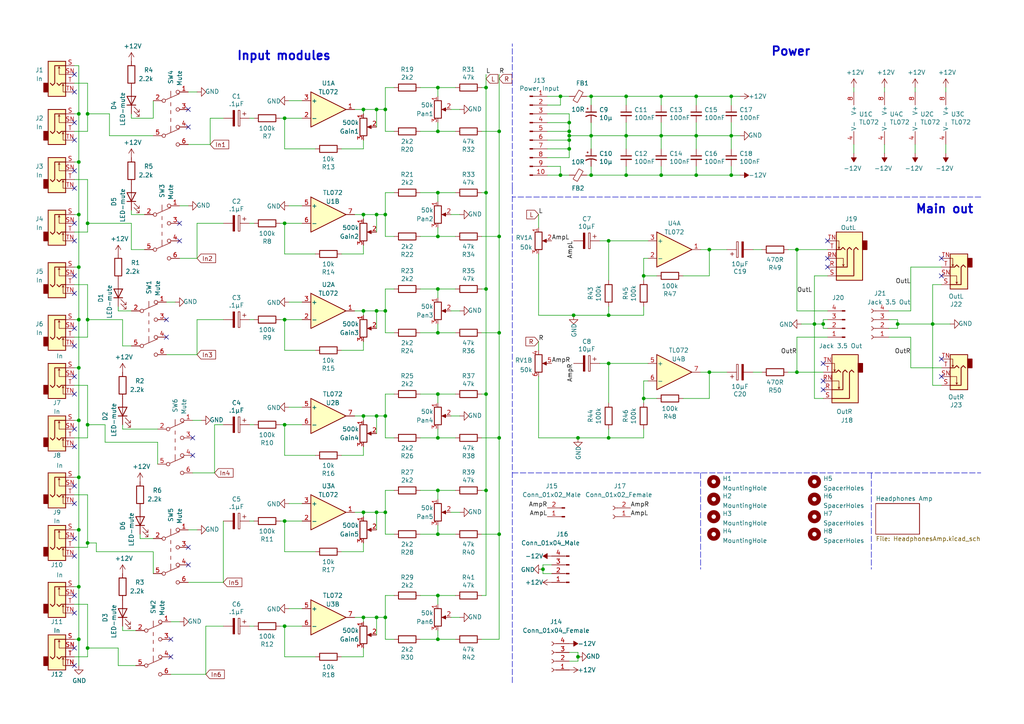
<source format=kicad_sch>
(kicad_sch (version 20211123) (generator eeschema)
  (paper "A4")
  (junction (at 144.78 68.58))
  (junction (at 127 68.58))
  (junction (at 205.74 107.95))
  (junction (at 162.56 27.94))
  (junction (at 186.69 115.57))
  (junction (at 127 55.88))
  (junction (at 144.78 96.52))
  (junction (at 25.4 92.71))
  (junction (at 162.56 50.8))
  (junction (at 140.97 25.4))
  (junction (at 181.61 39.37))
  (junction (at 238.76 93.98))
  (junction (at 22.86 170.18))
  (junction (at 127 83.82))
  (junction (at 181.61 50.8))
  (junction (at 167.64 127))
  (junction (at 165.1 35.56))
  (junction (at 212.09 50.8))
  (junction (at 205.74 72.39))
  (junction (at 109.22 179.07))
  (junction (at 25.4 157.48))
  (junction (at 127 96.52))
  (junction (at 144.78 38.1))
  (junction (at 22.86 138.43))
  (junction (at 270.51 93.98))
  (junction (at 166.37 91.44))
  (junction (at 82.55 92.71))
  (junction (at 260.35 93.98))
  (junction (at 105.41 62.23))
  (junction (at 140.97 55.88))
  (junction (at 231.14 72.39))
  (junction (at 109.22 120.65))
  (junction (at 105.41 179.07))
  (junction (at 165.1 40.64))
  (junction (at 82.55 34.29))
  (junction (at 105.41 90.17))
  (junction (at 25.4 187.96))
  (junction (at 165.1 43.18))
  (junction (at 82.55 64.77))
  (junction (at 181.61 27.94))
  (junction (at 127 127))
  (junction (at 127 172.72))
  (junction (at 127 154.94))
  (junction (at 236.22 93.98))
  (junction (at 191.77 50.8))
  (junction (at 111.76 90.17))
  (junction (at 157.48 165.1))
  (junction (at 25.4 123.19))
  (junction (at 212.09 27.94))
  (junction (at 201.93 50.8))
  (junction (at 176.53 127))
  (junction (at 22.86 153.67))
  (junction (at 140.97 83.82))
  (junction (at 127 114.3))
  (junction (at 111.76 31.75))
  (junction (at 140.97 114.3))
  (junction (at 191.77 27.94))
  (junction (at 105.41 148.59))
  (junction (at 25.4 64.77))
  (junction (at 109.22 62.23))
  (junction (at 191.77 39.37))
  (junction (at 82.55 123.19))
  (junction (at 171.45 39.37))
  (junction (at 111.76 148.59))
  (junction (at 127 38.1))
  (junction (at 22.86 92.71))
  (junction (at 144.78 154.94))
  (junction (at 109.22 31.75))
  (junction (at 109.22 90.17))
  (junction (at 165.1 38.1))
  (junction (at 127 185.42))
  (junction (at 82.55 151.13))
  (junction (at 212.09 39.37))
  (junction (at 22.86 77.47))
  (junction (at 105.41 120.65))
  (junction (at 176.53 69.85))
  (junction (at 176.53 91.44))
  (junction (at 171.45 27.94))
  (junction (at 111.76 62.23))
  (junction (at 201.93 39.37))
  (junction (at 111.76 120.65))
  (junction (at 82.55 181.61))
  (junction (at 127 142.24))
  (junction (at 22.86 106.68))
  (junction (at 22.86 33.02))
  (junction (at 201.93 27.94))
  (junction (at 176.53 105.41))
  (junction (at 231.14 107.95))
  (junction (at 105.41 31.75))
  (junction (at 171.45 50.8))
  (junction (at 186.69 80.01))
  (junction (at 109.22 148.59))
  (junction (at 144.78 127))
  (junction (at 111.76 179.07))
  (junction (at 127 25.4))
  (junction (at 167.64 190.5))
  (junction (at 25.4 33.02))
  (junction (at 22.86 121.92))
  (junction (at 140.97 142.24))
  (junction (at 22.86 46.99))
  (junction (at 22.86 62.23))
  (junction (at 22.86 185.42))
  (junction (at 165.1 39.37))
  (no_connect (at 21.59 69.85))
  (no_connect (at 54.61 31.75))
  (no_connect (at 21.59 21.59))
  (no_connect (at 21.59 129.54))
  (no_connect (at 238.76 105.41))
  (no_connect (at 21.59 109.22))
  (no_connect (at 55.88 127))
  (no_connect (at 240.03 69.85))
  (no_connect (at 240.03 77.47))
  (no_connect (at 240.03 74.93))
  (no_connect (at 49.53 185.42))
  (no_connect (at 21.59 177.8))
  (no_connect (at 21.59 26.67))
  (no_connect (at 21.59 124.46))
  (no_connect (at 21.59 95.25))
  (no_connect (at 21.59 64.77))
  (no_connect (at 48.26 97.79))
  (no_connect (at 238.76 113.03))
  (no_connect (at 52.07 64.77))
  (no_connect (at 238.76 110.49))
  (no_connect (at 273.05 80.01))
  (no_connect (at 55.88 132.08))
  (no_connect (at 21.59 35.56))
  (no_connect (at 21.59 172.72))
  (no_connect (at 21.59 114.3))
  (no_connect (at 52.07 69.85))
  (no_connect (at 48.26 92.71))
  (no_connect (at 54.61 36.83))
  (no_connect (at 49.53 190.5))
  (no_connect (at 21.59 187.96))
  (no_connect (at 21.59 161.29))
  (no_connect (at 54.61 163.83))
  (no_connect (at 21.59 156.21))
  (no_connect (at 273.05 104.14))
  (no_connect (at 21.59 100.33))
  (no_connect (at 21.59 85.09))
  (no_connect (at 21.59 49.53))
  (no_connect (at 21.59 40.64))
  (no_connect (at 21.59 146.05))
  (no_connect (at 21.59 140.97))
  (no_connect (at 54.61 158.75))
  (no_connect (at 21.59 193.04))
  (no_connect (at 21.59 80.01))
  (no_connect (at 21.59 54.61))
  (no_connect (at 273.05 109.22))
  (no_connect (at 273.05 74.93))
  (wire (pts (xy 111.76 83.82) (xy 114.3 83.82)))
  (wire (pts (xy 81.28 181.61) (xy 82.55 181.61)))
  (wire (pts (xy 140.97 83.82) (xy 140.97 114.3)))
  (wire (pts (xy 181.61 48.26) (xy 181.61 50.8)))
  (wire (pts (xy 157.48 165.1) (xy 157.48 163.83)))
  (wire (pts (xy 21.59 46.99) (xy 22.86 46.99)))
  (wire (pts (xy 127 25.4) (xy 127 27.94)))
  (wire (pts (xy 111.76 55.88) (xy 114.3 55.88)))
  (wire (pts (xy 171.45 39.37) (xy 181.61 39.37)))
  (wire (pts (xy 156.21 127) (xy 156.21 109.22)))
  (wire (pts (xy 156.21 99.06) (xy 156.21 101.6)))
  (wire (pts (xy 139.7 68.58) (xy 144.78 68.58)))
  (wire (pts (xy 121.92 185.42) (xy 127 185.42)))
  (wire (pts (xy 109.22 31.75) (xy 111.76 31.75)))
  (wire (pts (xy 176.53 91.44) (xy 166.37 91.44)))
  (wire (pts (xy 38.1 64.77) (xy 25.4 64.77)))
  (wire (pts (xy 240.03 92.71) (xy 238.76 92.71)))
  (wire (pts (xy 35.56 124.46) (xy 35.56 123.19)))
  (wire (pts (xy 102.87 31.75) (xy 105.41 31.75)))
  (wire (pts (xy 201.93 27.94) (xy 191.77 27.94)))
  (wire (pts (xy 228.6 72.39) (xy 231.14 72.39)))
  (wire (pts (xy 191.77 39.37) (xy 201.93 39.37)))
  (wire (pts (xy 236.22 80.01) (xy 236.22 93.98)))
  (wire (pts (xy 21.59 52.07) (xy 25.4 52.07)))
  (wire (pts (xy 166.37 91.44) (xy 156.21 91.44)))
  (wire (pts (xy 165.1 45.72) (xy 165.1 43.18)))
  (wire (pts (xy 105.41 90.17) (xy 109.22 90.17)))
  (wire (pts (xy 181.61 27.94) (xy 181.61 30.48)))
  (wire (pts (xy 38.1 62.23) (xy 38.1 60.96)))
  (wire (pts (xy 127 68.58) (xy 132.08 68.58)))
  (wire (pts (xy 38.1 34.29) (xy 44.45 34.29)))
  (wire (pts (xy 25.4 82.55) (xy 25.4 92.71)))
  (wire (pts (xy 64.77 123.19) (xy 62.23 123.19)))
  (wire (pts (xy 127 142.24) (xy 132.08 142.24)))
  (wire (pts (xy 140.97 55.88) (xy 140.97 83.82)))
  (wire (pts (xy 127 83.82) (xy 132.08 83.82)))
  (wire (pts (xy 21.59 24.13) (xy 25.4 24.13)))
  (wire (pts (xy 25.4 64.77) (xy 25.4 67.31)))
  (wire (pts (xy 109.22 95.25) (xy 109.22 90.17)))
  (wire (pts (xy 83.82 29.21) (xy 87.63 29.21)))
  (wire (pts (xy 22.86 62.23) (xy 21.59 62.23)))
  (wire (pts (xy 21.59 127) (xy 25.4 127)))
  (wire (pts (xy 105.41 148.59) (xy 109.22 148.59)))
  (wire (pts (xy 238.76 95.25) (xy 240.03 95.25)))
  (wire (pts (xy 130.81 31.75) (xy 133.35 31.75)))
  (wire (pts (xy 22.86 19.05) (xy 22.86 33.02)))
  (wire (pts (xy 167.64 190.5) (xy 167.64 191.77)))
  (wire (pts (xy 205.74 80.01) (xy 198.12 80.01)))
  (wire (pts (xy 176.53 105.41) (xy 187.96 105.41)))
  (wire (pts (xy 232.41 93.98) (xy 236.22 93.98)))
  (wire (pts (xy 21.59 138.43) (xy 22.86 138.43)))
  (wire (pts (xy 270.51 93.98) (xy 275.59 93.98)))
  (wire (pts (xy 127 127) (xy 132.08 127)))
  (wire (pts (xy 238.76 93.98) (xy 238.76 95.25)))
  (wire (pts (xy 181.61 50.8) (xy 191.77 50.8)))
  (wire (pts (xy 144.78 127) (xy 144.78 154.94)))
  (wire (pts (xy 105.41 31.75) (xy 105.41 33.02)))
  (wire (pts (xy 140.97 25.4) (xy 140.97 55.88)))
  (wire (pts (xy 139.7 142.24) (xy 140.97 142.24)))
  (wire (pts (xy 82.55 73.66) (xy 82.55 64.77)))
  (wire (pts (xy 60.96 34.29) (xy 60.96 41.91)))
  (wire (pts (xy 105.41 179.07) (xy 105.41 180.34)))
  (wire (pts (xy 25.4 38.1) (xy 21.59 38.1)))
  (wire (pts (xy 157.48 163.83) (xy 160.02 163.83)))
  (wire (pts (xy 87.63 151.13) (xy 82.55 151.13)))
  (wire (pts (xy 176.53 91.44) (xy 186.69 91.44)))
  (wire (pts (xy 260.35 93.98) (xy 270.51 93.98)))
  (wire (pts (xy 105.41 62.23) (xy 109.22 62.23)))
  (wire (pts (xy 82.55 43.18) (xy 82.55 34.29)))
  (wire (pts (xy 191.77 50.8) (xy 201.93 50.8)))
  (polyline (pts (xy 284.48 57.15) (xy 148.59 57.15)))
  (wire (pts (xy 111.76 154.94) (xy 114.3 154.94)))
  (wire (pts (xy 176.53 124.46) (xy 176.53 127)))
  (wire (pts (xy 111.76 148.59) (xy 111.76 154.94)))
  (wire (pts (xy 25.4 52.07) (xy 25.4 64.77)))
  (wire (pts (xy 273.05 82.55) (xy 270.51 82.55)))
  (wire (pts (xy 158.75 30.48) (xy 162.56 30.48)))
  (wire (pts (xy 34.29 90.17) (xy 38.1 90.17)))
  (wire (pts (xy 139.7 127) (xy 144.78 127)))
  (wire (pts (xy 176.53 127) (xy 186.69 127)))
  (wire (pts (xy 127 83.82) (xy 127 86.36)))
  (wire (pts (xy 265.43 25.4) (xy 265.43 26.67)))
  (wire (pts (xy 231.14 107.95) (xy 238.76 107.95)))
  (wire (pts (xy 22.86 153.67) (xy 22.86 170.18)))
  (wire (pts (xy 22.86 121.92) (xy 22.86 138.43)))
  (wire (pts (xy 34.29 90.17) (xy 34.29 88.9)))
  (wire (pts (xy 162.56 30.48) (xy 162.56 27.94)))
  (wire (pts (xy 111.76 179.07) (xy 111.76 185.42)))
  (wire (pts (xy 48.26 102.87) (xy 57.15 102.87)))
  (wire (pts (xy 165.1 43.18) (xy 165.1 40.64)))
  (wire (pts (xy 257.81 90.17) (xy 264.16 90.17)))
  (wire (pts (xy 127 182.88) (xy 127 185.42)))
  (wire (pts (xy 22.86 77.47) (xy 22.86 92.71)))
  (wire (pts (xy 109.22 67.31) (xy 109.22 62.23)))
  (wire (pts (xy 38.1 62.23) (xy 41.91 62.23)))
  (wire (pts (xy 121.92 96.52) (xy 127 96.52)))
  (wire (pts (xy 257.81 95.25) (xy 260.35 95.25)))
  (wire (pts (xy 158.75 40.64) (xy 165.1 40.64)))
  (polyline (pts (xy 148.59 54.61) (xy 148.59 198.12)))
  (wire (pts (xy 170.18 27.94) (xy 171.45 27.94)))
  (wire (pts (xy 25.4 92.71) (xy 35.56 92.71)))
  (wire (pts (xy 127 55.88) (xy 127 58.42)))
  (wire (pts (xy 139.7 55.88) (xy 140.97 55.88)))
  (wire (pts (xy 121.92 142.24) (xy 127 142.24)))
  (wire (pts (xy 111.76 96.52) (xy 114.3 96.52)))
  (wire (pts (xy 218.44 72.39) (xy 220.98 72.39)))
  (wire (pts (xy 181.61 39.37) (xy 191.77 39.37)))
  (wire (pts (xy 205.74 107.95) (xy 210.82 107.95)))
  (wire (pts (xy 274.32 25.4) (xy 274.32 26.67)))
  (wire (pts (xy 25.4 190.5) (xy 21.59 190.5)))
  (wire (pts (xy 273.05 106.68) (xy 264.16 106.68)))
  (wire (pts (xy 22.86 62.23) (xy 22.86 77.47)))
  (wire (pts (xy 62.23 137.16) (xy 55.88 137.16)))
  (wire (pts (xy 167.64 190.5) (xy 167.64 189.23)))
  (wire (pts (xy 171.45 50.8) (xy 181.61 50.8)))
  (wire (pts (xy 171.45 48.26) (xy 171.45 50.8)))
  (wire (pts (xy 130.81 90.17) (xy 133.35 90.17)))
  (wire (pts (xy 127 172.72) (xy 132.08 172.72)))
  (wire (pts (xy 25.4 175.26) (xy 25.4 187.96)))
  (wire (pts (xy 121.92 154.94) (xy 127 154.94)))
  (wire (pts (xy 270.51 93.98) (xy 270.51 111.76)))
  (wire (pts (xy 72.39 181.61) (xy 73.66 181.61)))
  (wire (pts (xy 265.43 41.91) (xy 265.43 44.45)))
  (wire (pts (xy 191.77 35.56) (xy 191.77 39.37)))
  (wire (pts (xy 176.53 88.9) (xy 176.53 91.44)))
  (wire (pts (xy 139.7 185.42) (xy 144.78 185.42)))
  (wire (pts (xy 236.22 115.57) (xy 238.76 115.57)))
  (wire (pts (xy 240.03 80.01) (xy 236.22 80.01)))
  (wire (pts (xy 158.75 33.02) (xy 165.1 33.02)))
  (wire (pts (xy 127 93.98) (xy 127 96.52)))
  (wire (pts (xy 111.76 55.88) (xy 111.76 62.23)))
  (wire (pts (xy 87.63 123.19) (xy 82.55 123.19)))
  (wire (pts (xy 105.41 90.17) (xy 105.41 91.44)))
  (wire (pts (xy 167.64 189.23) (xy 165.1 189.23)))
  (wire (pts (xy 44.45 166.37) (xy 44.45 160.02)))
  (wire (pts (xy 59.69 181.61) (xy 59.69 195.58)))
  (wire (pts (xy 111.76 172.72) (xy 111.76 179.07)))
  (wire (pts (xy 34.29 193.04) (xy 34.29 187.96)))
  (wire (pts (xy 203.2 107.95) (xy 205.74 107.95)))
  (wire (pts (xy 109.22 179.07) (xy 111.76 179.07)))
  (wire (pts (xy 87.63 92.71) (xy 82.55 92.71)))
  (wire (pts (xy 171.45 30.48) (xy 171.45 27.94)))
  (wire (pts (xy 82.55 160.02) (xy 82.55 151.13)))
  (wire (pts (xy 25.4 123.19) (xy 25.4 127)))
  (wire (pts (xy 109.22 153.67) (xy 109.22 148.59)))
  (wire (pts (xy 35.56 182.88) (xy 39.37 182.88)))
  (wire (pts (xy 127 114.3) (xy 127 116.84)))
  (wire (pts (xy 21.59 82.55) (xy 25.4 82.55)))
  (wire (pts (xy 171.45 39.37) (xy 171.45 43.18)))
  (wire (pts (xy 35.56 182.88) (xy 35.56 181.61)))
  (wire (pts (xy 57.15 102.87) (xy 57.15 92.71)))
  (wire (pts (xy 127 96.52) (xy 132.08 96.52)))
  (wire (pts (xy 25.4 157.48) (xy 25.4 158.75)))
  (wire (pts (xy 22.86 92.71) (xy 21.59 92.71)))
  (wire (pts (xy 83.82 146.05) (xy 87.63 146.05)))
  (wire (pts (xy 212.09 50.8) (xy 214.63 50.8)))
  (wire (pts (xy 109.22 148.59) (xy 111.76 148.59)))
  (wire (pts (xy 105.41 148.59) (xy 105.41 149.86)))
  (wire (pts (xy 105.41 101.6) (xy 99.06 101.6)))
  (wire (pts (xy 81.28 92.71) (xy 82.55 92.71)))
  (wire (pts (xy 22.86 33.02) (xy 22.86 46.99)))
  (wire (pts (xy 102.87 120.65) (xy 105.41 120.65)))
  (wire (pts (xy 109.22 120.65) (xy 111.76 120.65)))
  (wire (pts (xy 176.53 105.41) (xy 176.53 116.84)))
  (wire (pts (xy 158.75 43.18) (xy 165.1 43.18)))
  (wire (pts (xy 165.1 39.37) (xy 171.45 39.37)))
  (wire (pts (xy 52.07 59.69) (xy 54.61 59.69)))
  (wire (pts (xy 111.76 31.75) (xy 111.76 38.1)))
  (wire (pts (xy 25.4 92.71) (xy 25.4 97.79)))
  (wire (pts (xy 111.76 114.3) (xy 111.76 120.65)))
  (wire (pts (xy 201.93 35.56) (xy 201.93 39.37)))
  (wire (pts (xy 21.59 111.76) (xy 25.4 111.76)))
  (wire (pts (xy 105.41 73.66) (xy 99.06 73.66)))
  (wire (pts (xy 205.74 72.39) (xy 205.74 80.01)))
  (wire (pts (xy 25.4 67.31) (xy 21.59 67.31)))
  (wire (pts (xy 82.55 132.08) (xy 82.55 123.19)))
  (wire (pts (xy 27.94 160.02) (xy 27.94 157.48)))
  (wire (pts (xy 257.81 92.71) (xy 260.35 92.71)))
  (wire (pts (xy 158.75 27.94) (xy 162.56 27.94)))
  (wire (pts (xy 156.21 91.44) (xy 156.21 73.66)))
  (wire (pts (xy 30.48 123.19) (xy 25.4 123.19)))
  (wire (pts (xy 270.51 82.55) (xy 270.51 93.98)))
  (wire (pts (xy 44.45 160.02) (xy 27.94 160.02)))
  (wire (pts (xy 238.76 92.71) (xy 238.76 93.98)))
  (wire (pts (xy 127 185.42) (xy 132.08 185.42)))
  (wire (pts (xy 121.92 38.1) (xy 127 38.1)))
  (wire (pts (xy 240.03 90.17) (xy 231.14 90.17)))
  (wire (pts (xy 105.41 129.54) (xy 105.41 132.08)))
  (wire (pts (xy 121.92 55.88) (xy 127 55.88)))
  (wire (pts (xy 156.21 62.23) (xy 156.21 66.04)))
  (wire (pts (xy 205.74 107.95) (xy 205.74 115.57)))
  (wire (pts (xy 176.53 69.85) (xy 187.96 69.85)))
  (wire (pts (xy 54.61 168.91) (xy 64.77 168.91)))
  (wire (pts (xy 81.28 34.29) (xy 82.55 34.29)))
  (wire (pts (xy 139.7 25.4) (xy 140.97 25.4)))
  (wire (pts (xy 127 114.3) (xy 132.08 114.3)))
  (wire (pts (xy 105.41 187.96) (xy 105.41 190.5)))
  (wire (pts (xy 35.56 100.33) (xy 38.1 100.33)))
  (wire (pts (xy 54.61 26.67) (xy 57.15 26.67)))
  (wire (pts (xy 144.78 96.52) (xy 144.78 127)))
  (wire (pts (xy 91.44 160.02) (xy 82.55 160.02)))
  (wire (pts (xy 139.7 38.1) (xy 144.78 38.1)))
  (wire (pts (xy 274.32 41.91) (xy 274.32 44.45)))
  (wire (pts (xy 21.59 19.05) (xy 22.86 19.05)))
  (wire (pts (xy 55.88 121.92) (xy 58.42 121.92)))
  (wire (pts (xy 22.86 185.42) (xy 21.59 185.42)))
  (wire (pts (xy 111.76 120.65) (xy 111.76 127)))
  (wire (pts (xy 83.82 176.53) (xy 87.63 176.53)))
  (wire (pts (xy 144.78 38.1) (xy 144.78 68.58)))
  (wire (pts (xy 102.87 62.23) (xy 105.41 62.23)))
  (wire (pts (xy 127 172.72) (xy 127 175.26)))
  (wire (pts (xy 22.86 92.71) (xy 22.86 106.68)))
  (wire (pts (xy 91.44 132.08) (xy 82.55 132.08)))
  (wire (pts (xy 144.78 68.58) (xy 144.78 96.52)))
  (wire (pts (xy 111.76 185.42) (xy 114.3 185.42)))
  (wire (pts (xy 38.1 72.39) (xy 38.1 64.77)))
  (wire (pts (xy 190.5 80.01) (xy 186.69 80.01)))
  (wire (pts (xy 176.53 127) (xy 167.64 127)))
  (wire (pts (xy 64.77 151.13) (xy 64.77 168.91)))
  (wire (pts (xy 176.53 69.85) (xy 176.53 81.28)))
  (wire (pts (xy 81.28 151.13) (xy 82.55 151.13)))
  (wire (pts (xy 165.1 38.1) (xy 158.75 38.1)))
  (wire (pts (xy 127 25.4) (xy 132.08 25.4)))
  (wire (pts (xy 82.55 190.5) (xy 82.55 181.61)))
  (wire (pts (xy 72.39 151.13) (xy 73.66 151.13)))
  (wire (pts (xy 57.15 64.77) (xy 57.15 74.93)))
  (wire (pts (xy 109.22 125.73) (xy 109.22 120.65)))
  (polyline (pts (xy 148.59 137.16) (xy 284.48 137.16)))
  (wire (pts (xy 105.41 31.75) (xy 109.22 31.75)))
  (wire (pts (xy 34.29 187.96) (xy 25.4 187.96)))
  (wire (pts (xy 165.1 39.37) (xy 165.1 38.1)))
  (wire (pts (xy 139.7 114.3) (xy 140.97 114.3)))
  (wire (pts (xy 201.93 27.94) (xy 201.93 30.48)))
  (wire (pts (xy 201.93 48.26) (xy 201.93 50.8)))
  (wire (pts (xy 127 35.56) (xy 127 38.1)))
  (wire (pts (xy 105.41 43.18) (xy 99.06 43.18)))
  (wire (pts (xy 201.93 27.94) (xy 212.09 27.94)))
  (wire (pts (xy 44.45 34.29) (xy 44.45 29.21)))
  (wire (pts (xy 264.16 77.47) (xy 273.05 77.47)))
  (wire (pts (xy 162.56 48.26) (xy 162.56 50.8)))
  (wire (pts (xy 205.74 72.39) (xy 210.82 72.39)))
  (wire (pts (xy 144.78 21.59) (xy 144.78 38.1)))
  (wire (pts (xy 231.14 72.39) (xy 231.14 90.17)))
  (wire (pts (xy 25.4 158.75) (xy 21.59 158.75)))
  (wire (pts (xy 31.75 39.37) (xy 44.45 39.37)))
  (wire (pts (xy 240.03 97.79) (xy 231.14 97.79)))
  (wire (pts (xy 264.16 97.79) (xy 257.81 97.79)))
  (wire (pts (xy 139.7 154.94) (xy 144.78 154.94)))
  (wire (pts (xy 236.22 93.98) (xy 236.22 115.57)))
  (wire (pts (xy 105.41 62.23) (xy 105.41 63.5)))
  (wire (pts (xy 212.09 35.56) (xy 212.09 39.37)))
  (wire (pts (xy 236.22 93.98) (xy 238.76 93.98)))
  (wire (pts (xy 91.44 43.18) (xy 82.55 43.18)))
  (wire (pts (xy 25.4 143.51) (xy 25.4 157.48)))
  (wire (pts (xy 111.76 172.72) (xy 114.3 172.72)))
  (polyline (pts (xy 252.73 137.16) (xy 252.73 165.1)))
  (wire (pts (xy 158.75 48.26) (xy 162.56 48.26)))
  (wire (pts (xy 64.77 181.61) (xy 59.69 181.61)))
  (wire (pts (xy 111.76 25.4) (xy 114.3 25.4)))
  (wire (pts (xy 127 66.04) (xy 127 68.58)))
  (wire (pts (xy 162.56 27.94) (xy 165.1 27.94)))
  (wire (pts (xy 111.76 62.23) (xy 111.76 68.58)))
  (wire (pts (xy 171.45 27.94) (xy 181.61 27.94)))
  (wire (pts (xy 127 124.46) (xy 127 127)))
  (wire (pts (xy 49.53 180.34) (xy 52.07 180.34)))
  (wire (pts (xy 21.59 143.51) (xy 25.4 143.51)))
  (wire (pts (xy 22.86 46.99) (xy 22.86 62.23)))
  (wire (pts (xy 205.74 115.57) (xy 198.12 115.57)))
  (wire (pts (xy 231.14 72.39) (xy 240.03 72.39)))
  (wire (pts (xy 158.75 50.8) (xy 162.56 50.8)))
  (wire (pts (xy 22.86 33.02) (xy 21.59 33.02)))
  (wire (pts (xy 190.5 115.57) (xy 186.69 115.57)))
  (wire (pts (xy 111.76 127) (xy 114.3 127)))
  (wire (pts (xy 105.41 120.65) (xy 105.41 121.92)))
  (wire (pts (xy 167.64 127) (xy 156.21 127)))
  (wire (pts (xy 203.2 72.39) (xy 205.74 72.39)))
  (wire (pts (xy 121.92 114.3) (xy 127 114.3)))
  (wire (pts (xy 72.39 123.19) (xy 73.66 123.19)))
  (wire (pts (xy 171.45 35.56) (xy 171.45 39.37)))
  (wire (pts (xy 127 142.24) (xy 127 144.78)))
  (wire (pts (xy 22.86 138.43) (xy 22.86 153.67)))
  (wire (pts (xy 39.37 193.04) (xy 34.29 193.04)))
  (wire (pts (xy 111.76 38.1) (xy 114.3 38.1)))
  (wire (pts (xy 25.4 33.02) (xy 31.75 33.02)))
  (wire (pts (xy 102.87 90.17) (xy 105.41 90.17)))
  (wire (pts (xy 109.22 184.15) (xy 109.22 179.07)))
  (wire (pts (xy 186.69 80.01) (xy 186.69 81.28)))
  (wire (pts (xy 173.99 105.41) (xy 176.53 105.41)))
  (wire (pts (xy 181.61 27.94) (xy 191.77 27.94)))
  (polyline (pts (xy 203.2 137.16) (xy 203.2 165.1)))
  (wire (pts (xy 102.87 179.07) (xy 105.41 179.07)))
  (wire (pts (xy 60.96 34.29) (xy 64.77 34.29)))
  (wire (pts (xy 40.64 156.21) (xy 44.45 156.21)))
  (wire (pts (xy 212.09 27.94) (xy 212.09 30.48)))
  (wire (pts (xy 186.69 124.46) (xy 186.69 127)))
  (wire (pts (xy 111.76 142.24) (xy 114.3 142.24)))
  (wire (pts (xy 127 55.88) (xy 132.08 55.88)))
  (wire (pts (xy 83.82 87.63) (xy 87.63 87.63)))
  (wire (pts (xy 22.86 106.68) (xy 22.86 121.92)))
  (wire (pts (xy 264.16 106.68) (xy 264.16 97.79)))
  (wire (pts (xy 165.1 40.64) (xy 165.1 39.37)))
  (wire (pts (xy 127 152.4) (xy 127 154.94)))
  (wire (pts (xy 228.6 107.95) (xy 231.14 107.95)))
  (wire (pts (xy 218.44 107.95) (xy 220.98 107.95)))
  (wire (pts (xy 62.23 123.19) (xy 62.23 137.16)))
  (wire (pts (xy 140.97 21.59) (xy 140.97 25.4)))
  (wire (pts (xy 186.69 115.57) (xy 186.69 110.49)))
  (wire (pts (xy 111.76 142.24) (xy 111.76 148.59)))
  (wire (pts (xy 130.81 120.65) (xy 133.35 120.65)))
  (wire (pts (xy 260.35 93.98) (xy 260.35 95.25)))
  (wire (pts (xy 181.61 39.37) (xy 181.61 43.18)))
  (wire (pts (xy 45.72 134.62) (xy 45.72 128.27)))
  (wire (pts (xy 130.81 148.59) (xy 133.35 148.59)))
  (wire (pts (xy 111.76 114.3) (xy 114.3 114.3)))
  (wire (pts (xy 105.41 179.07) (xy 109.22 179.07)))
  (wire (pts (xy 264.16 90.17) (xy 264.16 77.47)))
  (wire (pts (xy 111.76 68.58) (xy 114.3 68.58)))
  (wire (pts (xy 121.92 83.82) (xy 127 83.82)))
  (wire (pts (xy 105.41 40.64) (xy 105.41 43.18)))
  (wire (pts (xy 186.69 74.93) (xy 187.96 74.93)))
  (wire (pts (xy 27.94 157.48) (xy 25.4 157.48)))
  (wire (pts (xy 158.75 45.72) (xy 165.1 45.72)))
  (wire (pts (xy 191.77 27.94) (xy 191.77 30.48)))
  (wire (pts (xy 40.64 156.21) (xy 40.64 154.94)))
  (wire (pts (xy 105.41 99.06) (xy 105.41 101.6)))
  (wire (pts (xy 91.44 190.5) (xy 82.55 190.5)))
  (wire (pts (xy 41.91 72.39) (xy 38.1 72.39)))
  (wire (pts (xy 25.4 187.96) (xy 25.4 190.5)))
  (wire (pts (xy 256.54 25.4) (xy 256.54 26.67)))
  (wire (pts (xy 64.77 64.77) (xy 57.15 64.77)))
  (wire (pts (xy 21.59 77.47) (xy 22.86 77.47)))
  (wire (pts (xy 140.97 142.24) (xy 140.97 172.72)))
  (wire (pts (xy 102.87 148.59) (xy 105.41 148.59)))
  (wire (pts (xy 139.7 96.52) (xy 144.78 96.52)))
  (wire (pts (xy 57.15 92.71) (xy 64.77 92.71)))
  (wire (pts (xy 157.48 166.37) (xy 160.02 166.37)))
  (wire (pts (xy 212.09 27.94) (xy 214.63 27.94)))
  (wire (pts (xy 22.86 153.67) (xy 21.59 153.67)))
  (wire (pts (xy 247.65 25.4) (xy 247.65 26.67)))
  (wire (pts (xy 45.72 128.27) (xy 30.48 128.27)))
  (wire (pts (xy 139.7 83.82) (xy 140.97 83.82)))
  (wire (pts (xy 158.75 35.56) (xy 165.1 35.56)))
  (wire (pts (xy 21.59 106.68) (xy 22.86 106.68)))
  (wire (pts (xy 273.05 111.76) (xy 270.51 111.76)))
  (wire (pts (xy 121.92 127) (xy 127 127)))
  (wire (pts (xy 105.41 71.12) (xy 105.41 73.66)))
  (wire (pts (xy 130.81 62.23) (xy 133.35 62.23)))
  (wire (pts (xy 35.56 92.71) (xy 35.56 100.33)))
  (wire (pts (xy 186.69 80.01) (xy 186.69 74.93)))
  (wire (pts (xy 35.56 124.46) (xy 45.72 124.46)))
  (wire (pts (xy 162.56 50.8) (xy 165.1 50.8)))
  (wire (pts (xy 191.77 39.37) (xy 191.77 43.18)))
  (wire (pts (xy 109.22 62.23) (xy 111.76 62.23)))
  (wire (pts (xy 60.96 41.91) (xy 54.61 41.91)))
  (wire (pts (xy 130.81 179.07) (xy 133.35 179.07)))
  (wire (pts (xy 25.4 97.79) (xy 21.59 97.79)))
  (wire (pts (xy 186.69 110.49) (xy 187.96 110.49)))
  (wire (pts (xy 81.28 123.19) (xy 82.55 123.19)))
  (wire (pts (xy 139.7 172.72) (xy 140.97 172.72)))
  (wire (pts (xy 109.22 36.83) (xy 109.22 31.75)))
  (wire (pts (xy 25.4 24.13) (xy 25.4 33.02)))
  (wire (pts (xy 30.48 128.27) (xy 30.48 123.19)))
  (wire (pts (xy 121.92 25.4) (xy 127 25.4)))
  (wire (pts (xy 260.35 92.71) (xy 260.35 93.98)))
  (wire (pts (xy 127 154.94) (xy 132.08 154.94)))
  (wire (pts (xy 157.48 165.1) (xy 157.48 166.37)))
  (wire (pts (xy 231.14 97.79) (xy 231.14 107.95)))
  (wire (pts (xy 247.65 41.91) (xy 247.65 44.45)))
  (wire (pts (xy 201.93 50.8) (xy 212.09 50.8)))
  (wire (pts (xy 22.86 121.92) (xy 21.59 121.92)))
  (wire (pts (xy 22.86 170.18) (xy 22.86 185.42)))
  (wire (pts (xy 144.78 154.94) (xy 144.78 185.42)))
  (wire (pts (xy 165.1 33.02) (xy 165.1 35.56)))
  (wire (pts (xy 212.09 39.37) (xy 212.09 43.18)))
  (wire (pts (xy 121.92 68.58) (xy 127 68.58)))
  (wire (pts (xy 140.97 114.3) (xy 140.97 142.24)))
  (wire (pts (xy 212.09 48.26) (xy 212.09 50.8)))
  (wire (pts (xy 83.82 59.69) (xy 87.63 59.69)))
  (wire (pts (xy 57.15 74.93) (xy 52.07 74.93)))
  (wire (pts (xy 72.39 92.71) (xy 73.66 92.71)))
  (wire (pts (xy 22.86 185.42) (xy 22.86 193.04)))
  (wire (pts (xy 48.26 87.63) (xy 50.8 87.63)))
  (wire (pts (xy 31.75 33.02) (xy 31.75 39.37)))
  (wire (pts (xy 38.1 34.29) (xy 38.1 33.02)))
  (wire (pts (xy 82.55 101.6) (xy 82.55 92.71)))
  (wire (pts (xy 201.93 39.37) (xy 212.09 39.37)))
  (wire (pts (xy 91.44 101.6) (xy 82.55 101.6)))
  (wire (pts (xy 91.44 73.66) (xy 82.55 73.66)))
  (wire (pts (xy 87.63 64.77) (xy 82.55 64.77)))
  (wire (pts (xy 127 38.1) (xy 132.08 38.1)))
  (wire (pts (xy 21.59 175.26) (xy 25.4 175.26)))
  (wire (pts (xy 256.54 41.91) (xy 256.54 44.45)))
  (wire (pts (xy 109.22 90.17) (xy 111.76 90.17)))
  (wire (pts (xy 105.41 190.5) (xy 99.06 190.5)))
  (wire (pts (xy 111.76 31.75) (xy 111.76 25.4)))
  (wire (pts (xy 72.39 34.29) (xy 73.66 34.29)))
  (wire (pts (xy 121.92 172.72) (xy 127 172.72)))
  (wire (pts (xy 54.61 153.67) (xy 57.15 153.67)))
  (wire (pts (xy 105.41 120.65) (xy 109.22 120.65)))
  (wire (pts (xy 201.93 39.37) (xy 201.93 43.18)))
  (wire (pts (xy 87.63 181.61) (xy 82.55 181.61)))
  (wire (pts (xy 72.39 64.77) (xy 73.66 64.77)))
  (wire (pts (xy 105.41 160.02) (xy 99.06 160.02)))
  (polyline (pts (xy 148.59 54.61) (xy 148.59 12.7)))
  (wire (pts (xy 173.99 69.85) (xy 176.53 69.85)))
  (wire (pts (xy 111.76 83.82) (xy 111.76 90.17)))
  (wire (pts (xy 170.18 50.8) (xy 171.45 50.8)))
  (wire (pts (xy 212.09 39.37) (xy 214.63 39.37)))
  (wire (pts (xy 105.41 157.48) (xy 105.41 160.02)))
  (wire (pts (xy 181.61 35.56) (xy 181.61 39.37)))
  (wire (pts (xy 81.28 64.77) (xy 82.55 64.77)))
  (wire (pts (xy 186.69 115.57) (xy 186.69 116.84)))
  (wire (pts (xy 111.76 90.17) (xy 111.76 96.52)))
  (wire (pts (xy 186.69 88.9) (xy 186.69 91.44)))
  (wire (pts (xy 105.41 132.08) (xy 99.06 132.08)))
  (wire (pts (xy 167.64 191.77) (xy 165.1 191.77)))
  (wire (pts (xy 25.4 111.76) (xy 25.4 123.19)))
  (wire (pts (xy 191.77 48.26) (xy 191.77 50.8)))
  (wire (pts (xy 25.4 33.02) (xy 25.4 38.1)))
  (wire (pts (xy 59.69 195.58) (xy 49.53 195.58)))
  (wire (pts (xy 21.59 170.18) (xy 22.86 170.18)))
  (wire (pts (xy 83.82 118.11) (xy 87.63 118.11)))
  (wire (pts (xy 165.1 35.56) (xy 165.1 38.1)))
  (wire (pts (xy 87.63 34.29) (xy 82.55 34.29)))
  (text "Input modules" (at 68.58 17.78 0) (effects (font (size 2.5 2.5) (thickness 0.5) bold) (justify left bottom)))
  (text "Power" (at 223.52 16.51 0) (effects (font (size 2.5 2.5) (thickness 0.5) bold) (justify left bottom)))
  (text "Main out" (at 265.43 62.23 0) (effects (font (size 2.5 2.5) (thickness 0.5) bold) (justify left bottom)))
  (label "AmpR" (at 160.02 105.41 0))
  (label "AmpR" (at 158.75 147.32 180))
  (label "AmpR" (at 182.88 147.32 0))
  (label "AmpL" (at 182.88 149.86 0))
  (label "L" (at 156.21 62.23 0))
  (label "OutL" (at 231.14 85.09 0))
  (label "L" (at 140.97 21.59 0))
  (label "R" (at 156.21 99.06 0))
  (label "AmpL" (at 160.02 69.85 0))
  (label "AmpR" (at 166.37 105.41 270))
  (label "OutL" (at 264.16 82.55 180))
  (label "R" (at 144.78 21.59 0))
  (label "OutR" (at 264.16 102.87 180))
  (label "OutR" (at 231.14 102.87 180))
  (label "AmpL" (at 158.75 149.86 180))
  (label "AmpL" (at 166.37 69.85 270))
  (global_label "In3" (shape input) (at 57.15 102.87 0) (property "Intersheet References" "${INTERSHEET_REFS}" (effects hide)))
  (global_label "L" (shape input) (at 140.97 22.86 0) (property "Intersheet References" "${INTERSHEET_REFS}" (effects hide)))
  (global_label "In2" (shape input) (at 57.15 74.93 0) (property "Intersheet References" "${INTERSHEET_REFS}" (effects hide)))
  (global_label "In5" (shape input) (at 64.77 168.91 0) (property "Intersheet References" "${INTERSHEET_REFS}" (effects hide)))
  (global_label "R" (shape input) (at 156.21 99.06 180) (property "Intersheet References" "${INTERSHEET_REFS}" (effects hide)))
  (global_label "In6" (shape input) (at 59.69 195.58 0) (property "Intersheet References" "${INTERSHEET_REFS}" (effects hide)))
  (global_label "In4" (shape input) (at 62.23 137.16 0) (property "Intersheet References" "${INTERSHEET_REFS}" (effects hide)))
  (global_label "L" (shape input) (at 156.21 62.23 180) (property "Intersheet References" "${INTERSHEET_REFS}" (effects hide)))
  (global_label "R" (shape input) (at 144.78 22.86 0) (property "Intersheet References" "${INTERSHEET_REFS}" (effects hide)))
  (global_label "In1" (shape input) (at 60.96 41.91 0) (property "Intersheet References" "${INTERSHEET_REFS}" (effects hide)))
  (symbol (lib_id "Device:R") (at 135.89 142.24 90) (unit 1)
    (property "Reference" "R39" (at 135.89 136.9822 90))
    (property "Value" "47k" (at 135.89 139.2936 90))
    (property "Footprint" "Resistor_THT:R_Axial_DIN0207_L6.3mm_D2.5mm_P10.16mm_Horizontal" (effects hide))
  )
  (symbol (lib_id "Connector:AudioJack3_SwitchTR") (at 243.84 113.03 180) (unit 1)
    (property "Reference" "J18" (at 243.84 121.92 0) (effects (justify right)))
    (property "Value" "OutR" (at 242.57 119.38 0) (effects (justify right)))
    (property "Footprint" "Synth:PJ-629HAN" (effects hide))
  )
  (symbol (lib_id "power:GND") (at 57.15 153.67 90) (unit 1)
    (property "Reference" "#PWR012" (effects hide))
    (property "Value" "GND" (at 61.5442 153.543 90))
  )
  (symbol (lib_id "Device:CP") (at 214.63 107.95 90) (unit 1)
    (property "Reference" "C20" (at 214.63 114.3 90))
    (property "Value" "10µF" (at 214.63 112.1156 90))
    (property "Footprint" "Capacitor_THT:CP_Radial_D5.0mm_P2.00mm" (effects hide))
  )
  (symbol (lib_id "Device:Ferrite_Bead_Small") (at 167.64 50.8 270) (unit 1)
    (property "Reference" "FB2" (at 167.64 54.61 90))
    (property "Value" "10R" (at 167.64 46.99 90))
    (property "Footprint" "Inductor_THT:L_Axial_L7.0mm_D3.3mm_P10.16mm_Horizontal_Fastron_MICC" (effects hide))
  )
  (symbol (lib_id "Amplifier_Operational:TL072") (at 95.25 148.59 0) (unit 1)
    (property "Reference" "U3" (at 95.25 140.97 0))
    (property "Value" "TL072" (at 95.25 143.51 0))
    (property "Footprint" "Package_DIP:DIP-8_W7.62mm_Socket" (effects hide))
    (property "Datasheet" "http://www.ti.com/lit/ds/symlink/tl071.pdf" (effects hide))
  )
  (symbol (lib_id "power:-12V") (at 274.32 44.45 180) (unit 1)
    (property "Reference" "#PWR045" (effects hide))
    (property "Value" "-12V" (at 273.939 48.8442 0))
  )
  (symbol (lib_id "Device:R_POT") (at 127 179.07 0) (unit 1)
    (property "Reference" "Pan6" (at 125.73 180.34 0) (effects (justify right)))
    (property "Value" "50k" (at 125.73 177.8 0) (effects (justify right)))
    (property "Footprint" "Synth:Pot-bourns-alpha" (effects hide))
  )
  (symbol (lib_id "Device:R") (at 135.89 55.88 90) (unit 1)
    (property "Reference" "R33" (at 135.89 50.6222 90))
    (property "Value" "47k" (at 135.89 52.9336 90))
    (property "Footprint" "Resistor_THT:R_Axial_DIN0207_L6.3mm_D2.5mm_P10.16mm_Horizontal" (effects hide))
  )
  (symbol (lib_id "Amplifier_Operational:TL072") (at 95.25 62.23 0) (unit 2)
    (property "Reference" "U1" (at 96.52 58.42 0))
    (property "Value" "TL072" (at 96.52 55.88 0))
    (property "Footprint" "Package_DIP:DIP-8_W7.62mm_Socket" (effects hide))
    (property "Datasheet" "http://www.ti.com/lit/ds/symlink/tl071.pdf" (effects hide))
  )
  (symbol (lib_id "Connector:AudioJack3_SwitchTR") (at 245.11 77.47 180) (unit 1)
    (property "Reference" "J19" (at 245.11 63.5 0) (effects (justify right)))
    (property "Value" "OutL" (at 243.84 66.04 0) (effects (justify right)))
    (property "Footprint" "Synth:PJ-629HAN" (effects hide))
  )
  (symbol (lib_id "power:+12V") (at 265.43 25.4 0) (unit 1)
    (property "Reference" "#PWR042" (effects hide))
    (property "Value" "+12V" (at 265.811 21.0058 0))
  )
  (symbol (lib_id "Device:R") (at 186.69 85.09 180) (unit 1)
    (property "Reference" "R45" (at 181.4322 85.09 90))
    (property "Value" "100k" (at 183.7436 85.09 90))
    (property "Footprint" "Resistor_THT:R_Axial_DIN0207_L6.3mm_D2.5mm_P10.16mm_Horizontal" (effects hide))
  )
  (symbol (lib_id "power:+12V") (at 40.64 139.7 0) (unit 1)
    (property "Reference" "#PWR07" (effects hide))
    (property "Value" "+12V" (at 41.021 135.3058 0))
  )
  (symbol (lib_id "power:GND") (at 58.42 121.92 90) (unit 1)
    (property "Reference" "#PWR013" (effects hide))
    (property "Value" "GND" (at 62.8142 121.793 90))
  )
  (symbol (lib_id "Mechanical:MountingHole") (at 236.22 144.78 0) (unit 1)
    (property "Reference" "H6" (at 238.76 143.8715 0) (effects (justify left)))
    (property "Value" "SpacerHoles" (at 238.76 146.6466 0) (effects (justify left)))
    (property "Footprint" "MountingHole:MountingHole_3.2mm_M3" (effects hide))
  )
  (symbol (lib_id "Device:R") (at 118.11 38.1 270) (unit 1)
    (property "Reference" "R20" (at 118.11 43.3578 90))
    (property "Value" "2k2" (at 118.11 41.0464 90))
    (property "Footprint" "Resistor_THT:R_Axial_DIN0207_L6.3mm_D2.5mm_P10.16mm_Horizontal" (effects hide))
  )
  (symbol (lib_id "power:-12V") (at 247.65 44.45 180) (unit 1)
    (property "Reference" "#PWR039" (effects hide))
    (property "Value" "-12V" (at 247.269 48.8442 0))
  )
  (symbol (lib_id "Amplifier_Operational:TL072") (at 250.19 34.29 0) (unit 3)
    (property "Reference" "U1" (at 249.1232 33.1216 0) (effects (justify left)))
    (property "Value" "TL072" (at 249.1232 35.433 0) (effects (justify left)))
    (property "Footprint" "Package_DIP:DIP-8_W7.62mm_Socket" (effects hide))
    (property "Datasheet" "http://www.ti.com/lit/ds/symlink/tl071.pdf" (effects hide))
  )
  (symbol (lib_id "Device:R") (at 186.69 120.65 180) (unit 1)
    (property "Reference" "R46" (at 181.4322 120.65 90))
    (property "Value" "100k" (at 183.7436 120.65 90))
    (property "Footprint" "Resistor_THT:R_Axial_DIN0207_L6.3mm_D2.5mm_P10.16mm_Horizontal" (effects hide))
  )
  (symbol (lib_id "Mechanical:MountingHole") (at 207.01 149.86 0) (unit 1)
    (property "Reference" "H3" (at 209.55 148.9515 0) (effects (justify left)))
    (property "Value" "MountingHole" (at 209.55 151.7266 0) (effects (justify left)))
    (property "Footprint" "Synth:Doepfer Mounting hole" (effects hide))
  )
  (symbol (lib_id "power:GND") (at 83.82 176.53 270) (unit 1)
    (property "Reference" "#PWR019" (effects hide))
    (property "Value" "GND" (at 79.4258 176.657 90))
  )
  (symbol (lib_id "Mechanical:MountingHole") (at 207.01 144.78 0) (unit 1)
    (property "Reference" "H2" (at 209.55 143.8715 0) (effects (justify left)))
    (property "Value" "MountingHole" (at 209.55 146.6466 0) (effects (justify left)))
    (property "Footprint" "Synth:Doepfer Mounting hole" (effects hide))
  )
  (symbol (lib_id "Switch:SW_Push_DPDT") (at 49.53 34.29 0) (unit 1)
    (property "Reference" "SW4" (at 49.53 20.32 90) (effects (justify right)))
    (property "Value" "Mute" (at 52.07 20.32 90) (effects (justify right)))
    (property "Footprint" "Synth:SW_DPDT_Toggle" (effects hide))
  )
  (symbol (lib_id "Switch:SW_Push_DPDT") (at 43.18 95.25 0) (unit 1)
    (property "Reference" "SW1" (at 43.18 81.28 90) (effects (justify right)))
    (property "Value" "Mute" (at 45.72 81.28 90) (effects (justify right)))
    (property "Footprint" "Synth:SW_DPDT_Toggle" (effects hide))
  )
  (symbol (lib_id "power:GND") (at 83.82 59.69 270) (unit 1)
    (property "Reference" "#PWR015" (effects hide))
    (property "Value" "GND" (at 79.4258 59.817 90))
  )
  (symbol (lib_id "Connector:Conn_01x04_Female") (at 160.02 191.77 180) (unit 1)
    (property "Reference" "J14" (at 161.29 180.34 0))
    (property "Value" "Conn_01x04_Female" (at 161.29 182.88 0))
    (property "Footprint" "Connector_PinSocket_2.54mm:PinSocket_1x04_P2.54mm_Vertical" (effects hide))
  )
  (symbol (lib_id "Connector:AudioJack2_Switch") (at 16.51 127 0) (unit 1)
    (property "Reference" "J8" (at 16.51 132.08 0))
    (property "Value" "In" (at 16.51 119.38 0))
    (property "Footprint" "Synth:Thonkiconn" (effects hide))
  )
  (symbol (lib_id "Device:LED") (at 35.56 177.8 90) (unit 1)
    (property "Reference" "D3" (at 30.48 177.8 0) (effects (justify right)))
    (property "Value" "LED-mute" (at 33.02 175.26 0) (effects (justify right)))
    (property "Footprint" "LED_THT:LED_D4.0mm" (effects hide))
  )
  (symbol (lib_id "power:GND") (at 52.07 180.34 90) (unit 1)
    (property "Reference" "#PWR09" (effects hide))
    (property "Value" "GND" (at 56.4642 180.213 90))
  )
  (symbol (lib_id "Device:C_Small") (at 201.93 45.72 0) (unit 1)
    (property "Reference" "C16" (at 204.2668 44.5516 0) (effects (justify left)))
    (property "Value" "100nF" (at 204.2668 46.863 0) (effects (justify left)))
    (property "Footprint" "Capacitor_THT:C_Disc_D7.0mm_W2.5mm_P5.00mm" (effects hide))
  )
  (symbol (lib_id "Device:LED") (at 34.29 85.09 90) (unit 1)
    (property "Reference" "D1" (at 29.21 85.09 0) (effects (justify right)))
    (property "Value" "LED-mute" (at 31.75 82.55 0) (effects (justify right)))
    (property "Footprint" "LED_THT:LED_D4.0mm" (effects hide))
  )
  (symbol (lib_id "Mechanical:MountingHole") (at 236.22 139.7 0) (unit 1)
    (property "Reference" "H5" (at 238.76 138.7915 0) (effects (justify left)))
    (property "Value" "SpacerHoles" (at 238.76 141.5666 0) (effects (justify left)))
    (property "Footprint" "MountingHole:MountingHole_3.2mm_M3" (effects hide))
  )
  (symbol (lib_id "power:GND") (at 83.82 118.11 270) (unit 1)
    (property "Reference" "#PWR017" (effects hide))
    (property "Value" "GND" (at 79.4258 118.237 90))
  )
  (symbol (lib_id "Device:LED") (at 38.1 29.21 90) (unit 1)
    (property "Reference" "D4" (at 33.02 29.21 0) (effects (justify right)))
    (property "Value" "LED-mute" (at 35.56 26.67 0) (effects (justify right)))
    (property "Footprint" "LED_THT:LED_D4.0mm" (effects hide))
  )
  (symbol (lib_id "Device:LED") (at 35.56 119.38 90) (unit 1)
    (property "Reference" "D2" (at 30.48 119.38 0) (effects (justify right)))
    (property "Value" "LED-mute" (at 33.02 116.84 0) (effects (justify right)))
    (property "Footprint" "LED_THT:LED_D4.0mm" (effects hide))
  )
  (symbol (lib_id "Device:R") (at 38.1 49.53 0) (unit 1)
    (property "Reference" "R5" (at 44.45 48.26 0) (effects (justify right)))
    (property "Value" "2.2k" (at 44.45 50.8 0) (effects (justify right)))
    (property "Footprint" "Resistor_THT:R_Axial_DIN0207_L6.3mm_D2.5mm_P10.16mm_Horizontal" (effects hide))
  )
  (symbol (lib_id "Device:R") (at 135.89 127 270) (unit 1)
    (property "Reference" "R38" (at 135.89 132.2578 90))
    (property "Value" "47k" (at 135.89 129.9464 90))
    (property "Footprint" "Resistor_THT:R_Axial_DIN0207_L6.3mm_D2.5mm_P10.16mm_Horizontal" (effects hide))
  )
  (symbol (lib_id "Device:R") (at 135.89 68.58 270) (unit 1)
    (property "Reference" "R34" (at 135.89 73.8378 90))
    (property "Value" "47k" (at 135.89 71.5264 90))
    (property "Footprint" "Resistor_THT:R_Axial_DIN0207_L6.3mm_D2.5mm_P10.16mm_Horizontal" (effects hide))
  )
  (symbol (lib_id "Device:R_Potentiometer_Dual_Separate") (at 156.21 69.85 0) (unit 1)
    (property "Reference" "RV1" (at 154.432 68.9415 0) (effects (justify right)))
    (property "Value" "50k" (at 154.432 71.7166 0) (effects (justify right)))
    (property "Footprint" "Synth:PTV1124420AA503" (effects hide))
  )
  (symbol (lib_id "Connector:AudioJack2_Switch") (at 16.51 158.75 0) (unit 1)
    (property "Reference" "J10" (at 16.51 163.83 0))
    (property "Value" "In" (at 16.51 151.13 0))
    (property "Footprint" "Synth:Thonkiconn" (effects hide))
  )
  (symbol (lib_id "power:GND") (at 50.8 87.63 90) (unit 1)
    (property "Reference" "#PWR08" (effects hide))
    (property "Value" "GND" (at 55.1942 87.503 90))
  )
  (symbol (lib_id "Connector:AudioJack2_Switch") (at 278.13 77.47 180) (unit 1)
    (property "Reference" "J22" (at 277.3172 88.265 0))
    (property "Value" "OutL" (at 277.3172 85.9536 0))
    (property "Footprint" "Synth:Thonkiconn" (effects hide))
  )
  (symbol (lib_id "Device:R") (at 77.47 181.61 270) (unit 1)
    (property "Reference" "R12" (at 77.47 186.8678 90))
    (property "Value" "100k" (at 77.47 184.5564 90))
    (property "Footprint" "Resistor_THT:R_Axial_DIN0207_L6.3mm_D2.5mm_P10.16mm_Horizontal" (effects hide))
  )
  (symbol (lib_id "power:GND") (at 232.41 93.98 270) (unit 1)
    (property "Reference" "#PWR037" (effects hide))
    (property "Value" "GND" (at 228.0158 94.107 90))
  )
  (symbol (lib_id "power:-12V") (at 214.63 50.8 270) (unit 1)
    (property "Reference" "#PWR036" (effects hide))
    (property "Value" "-12V" (at 219.71 50.8 90))
  )
  (symbol (lib_id "Device:R_POT") (at 105.41 153.67 0) (unit 1)
    (property "Reference" "Gain5" (at 104.14 154.94 0) (effects (justify right)))
    (property "Value" "500k" (at 104.14 152.4 0) (effects (justify right)))
    (property "Footprint" "Synth:Pot-bourns-alpha" (effects hide))
  )
  (symbol (lib_id "Device:R") (at 135.89 114.3 90) (unit 1)
    (property "Reference" "R37" (at 135.89 109.0422 90))
    (property "Value" "47k" (at 135.89 111.3536 90))
    (property "Footprint" "Resistor_THT:R_Axial_DIN0207_L6.3mm_D2.5mm_P10.16mm_Horizontal" (effects hide))
  )
  (symbol (lib_id "Device:R") (at 118.11 172.72 90) (unit 1)
    (property "Reference" "R29" (at 118.11 167.4622 90))
    (property "Value" "2k2" (at 118.11 169.7736 90))
    (property "Footprint" "Resistor_THT:R_Axial_DIN0207_L6.3mm_D2.5mm_P10.16mm_Horizontal" (effects hide))
  )
  (symbol (lib_id "Connector:AudioJack2_Switch") (at 16.51 38.1 0) (unit 1)
    (property "Reference" "J2" (at 11.43 34.29 0))
    (property "Value" "In" (at 11.43 36.83 0))
    (property "Footprint" "Synth:Thonkiconn" (effects hide))
  )
  (symbol (lib_id "power:+12V") (at 247.65 25.4 0) (unit 1)
    (property "Reference" "#PWR038" (effects hide))
    (property "Value" "+12V" (at 248.031 21.0058 0))
  )
  (symbol (lib_id "power:GND") (at 133.35 120.65 90) (unit 1)
    (property "Reference" "#PWR023" (effects hide))
    (property "Value" "GND" (at 137.7442 120.523 90))
  )
  (symbol (lib_id "Device:Ferrite_Bead_Small") (at 167.64 27.94 270) (unit 1)
    (property "Reference" "FB1" (at 168.91 24.13 90))
    (property "Value" "10R" (at 167.64 31.75 90))
    (property "Footprint" "Inductor_THT:L_Axial_L7.0mm_D3.3mm_P10.16mm_Horizontal_Fastron_MICC" (effects hide))
  )
  (symbol (lib_id "Device:R") (at 95.25 43.18 270) (unit 1)
    (property "Reference" "R13" (at 95.25 48.4378 90))
    (property "Value" "10k" (at 95.25 46.1264 90))
    (property "Footprint" "Resistor_THT:R_Axial_DIN0207_L6.3mm_D2.5mm_P10.16mm_Horizontal" (effects hide))
  )
  (symbol (lib_id "Device:R") (at 118.11 25.4 90) (unit 1)
    (property "Reference" "R19" (at 118.11 20.1422 90))
    (property "Value" "2k2" (at 118.11 22.4536 90))
    (property "Footprint" "Resistor_THT:R_Axial_DIN0207_L6.3mm_D2.5mm_P10.16mm_Horizontal" (effects hide))
  )
  (symbol (lib_id "Device:R") (at 118.11 96.52 270) (unit 1)
    (property "Reference" "R24" (at 118.11 101.7778 90))
    (property "Value" "2k2" (at 118.11 99.4664 90))
    (property "Footprint" "Resistor_THT:R_Axial_DIN0207_L6.3mm_D2.5mm_P10.16mm_Horizontal" (effects hide))
  )
  (symbol (lib_id "Amplifier_Operational:TL072") (at 276.86 34.29 0) (unit 3)
    (property "Reference" "U3" (at 275.7932 33.1216 0) (effects (justify left)))
    (property "Value" "TL072" (at 275.7932 35.433 0) (effects (justify left)))
    (property "Footprint" "Package_DIP:DIP-8_W7.62mm_Socket" (effects hide))
    (property "Datasheet" "http://www.ti.com/lit/ds/symlink/tl071.pdf" (effects hide))
  )
  (symbol (lib_id "power:+12V") (at 38.1 17.78 0) (unit 1)
    (property "Reference" "#PWR05" (effects hide))
    (property "Value" "+12V" (at 38.481 13.3858 0))
  )
  (symbol (lib_id "power:GND") (at 54.61 59.69 90) (unit 1)
    (property "Reference" "#PWR010" (effects hide))
    (property "Value" "GND" (at 59.0042 59.563 90))
  )
  (symbol (lib_id "Device:C_Small") (at 212.09 45.72 0) (unit 1)
    (property "Reference" "C18" (at 214.4268 44.5516 0) (effects (justify left)))
    (property "Value" "100nF" (at 214.4268 46.863 0) (effects (justify left)))
    (property "Footprint" "Capacitor_THT:C_Disc_D7.0mm_W2.5mm_P5.00mm" (effects hide))
  )
  (symbol (lib_id "power:GND") (at 83.82 87.63 270) (unit 1)
    (property "Reference" "#PWR016" (effects hide))
    (property "Value" "GND" (at 79.4258 87.757 90))
  )
  (symbol (lib_id "Amplifier_Operational:TL072") (at 95.25 90.17 0) (unit 1)
    (property "Reference" "U2" (at 95.25 82.55 0))
    (property "Value" "TL072" (at 95.25 85.09 0))
    (property "Footprint" "Package_DIP:DIP-8_W7.62mm_Socket" (effects hide))
    (property "Datasheet" "http://www.ti.com/lit/ds/symlink/tl071.pdf" (effects hide))
  )
  (symbol (lib_id "Device:R") (at 38.1 21.59 0) (unit 1)
    (property "Reference" "R4" (at 44.45 20.32 0) (effects (justify right)))
    (property "Value" "2.2k" (at 44.45 22.86 0) (effects (justify right)))
    (property "Footprint" "Resistor_THT:R_Axial_DIN0207_L6.3mm_D2.5mm_P10.16mm_Horizontal" (effects hide))
  )
  (symbol (lib_id "Device:C_Small") (at 181.61 33.02 0) (unit 1)
    (property "Reference" "C11" (at 183.9468 31.8516 0) (effects (justify left)))
    (property "Value" "100nF" (at 183.9468 34.163 0) (effects (justify left)))
    (property "Footprint" "Capacitor_THT:C_Disc_D7.0mm_W2.5mm_P5.00mm" (effects hide))
  )
  (symbol (lib_id "Device:R") (at 118.11 114.3 90) (unit 1)
    (property "Reference" "R25" (at 118.11 109.0422 90))
    (property "Value" "2k2" (at 118.11 111.3536 90))
    (property "Footprint" "Resistor_THT:R_Axial_DIN0207_L6.3mm_D2.5mm_P10.16mm_Horizontal" (effects hide))
  )
  (symbol (lib_id "Connector:Conn_01x04_Male") (at 165.1 166.37 180) (unit 1)
    (property "Reference" "J16" (at 161.29 154.94 0) (effects (justify right)))
    (property "Value" "Conn_01x04_Male" (at 151.13 157.48 0) (effects (justify right)))
    (property "Footprint" "Connector_PinHeader_2.54mm:PinHeader_1x04_P2.54mm_Vertical" (effects hide))
  )
  (symbol (lib_id "Device:CP") (at 68.58 34.29 270) (unit 1)
    (property "Reference" "C1" (at 68.58 27.94 90))
    (property "Value" ".1µF" (at 68.58 30.1244 90))
    (property "Footprint" "Capacitor_THT:CP_Radial_D5.0mm_P2.00mm" (effects hide))
  )
  (symbol (lib_id "power:GND") (at 166.37 91.44 0) (unit 1)
    (property "Reference" "#PWR031" (effects hide))
    (property "Value" "GND" (at 166.497 95.8342 90))
  )
  (symbol (lib_id "Device:R") (at 95.25 160.02 270) (unit 1)
    (property "Reference" "R17" (at 95.25 165.2778 90))
    (property "Value" "10k" (at 95.25 162.9664 90))
    (property "Footprint" "Resistor_THT:R_Axial_DIN0207_L6.3mm_D2.5mm_P10.16mm_Horizontal" (effects hide))
  )
  (symbol (lib_id "Device:R") (at 118.11 83.82 90) (unit 1)
    (property "Reference" "R23" (at 118.11 78.5622 90))
    (property "Value" "2k2" (at 118.11 80.8736 90))
    (property "Footprint" "Resistor_THT:R_Axial_DIN0207_L6.3mm_D2.5mm_P10.16mm_Horizontal" (effects hide))
  )
  (symbol (lib_id "Device:CP1_Small") (at 171.45 33.02 0) (unit 1)
    (property "Reference" "C9" (at 173.7614 31.8516 0) (effects (justify left)))
    (property "Value" "10µ" (at 173.7614 34.163 0) (effects (justify left)))
    (property "Footprint" "Capacitor_THT:CP_Radial_D5.0mm_P2.00mm" (effects hide))
  )
  (symbol (lib_id "Device:CP1_Small") (at 171.45 45.72 0) (unit 1)
    (property "Reference" "C10" (at 173.7614 44.5516 0) (effects (justify left)))
    (property "Value" "10µ" (at 173.7614 46.863 0) (effects (justify left)))
    (property "Footprint" "Capacitor_THT:CP_Radial_D5.0mm_P2.00mm" (effects hide))
  )
  (symbol (lib_id "power:+12V") (at 34.29 73.66 0) (unit 1)
    (property "Reference" "#PWR02" (effects hide))
    (property "Value" "+12V" (at 34.671 69.2658 0))
  )
  (symbol (lib_id "power:GND") (at 133.35 179.07 90) (unit 1)
    (property "Reference" "#PWR025" (effects hide))
    (property "Value" "GND" (at 137.7442 178.943 90))
  )
  (symbol (lib_id "Connector:AudioJack2_Switch") (at 16.51 175.26 0) (unit 1)
    (property "Reference" "J11" (at 16.51 180.34 0))
    (property "Value" "In" (at 17.3228 166.7764 0))
    (property "Footprint" "Synth:Thonkiconn" (effects hide))
  )
  (symbol (lib_id "Device:R_POT") (at 127 90.17 0) (unit 1)
    (property "Reference" "Pan3" (at 125.73 91.44 0) (effects (justify right)))
    (property "Value" "50k" (at 125.73 88.9 0) (effects (justify right)))
    (property "Footprint" "Synth:Pot-bourns-alpha" (effects hide))
  )
  (symbol (lib_id "Connector:Conn_01x02_Female") (at 177.8 149.86 180) (unit 1)
    (property "Reference" "J17" (at 181.61 140.97 0) (effects (justify left)))
    (property "Value" "Conn_01x02_Female" (at 189.23 143.51 0) (effects (justify left)))
    (property "Footprint" "Connector_PinSocket_2.54mm:PinSocket_1x02_P2.54mm_Vertical" (effects hide))
  )
  (symbol (lib_id "Switch:SW_Push_DPDT") (at 44.45 187.96 0) (unit 1)
    (property "Reference" "SW2" (at 44.45 173.99 90) (effects (justify right)))
    (property "Value" "Mute" (at 46.99 173.99 90) (effects (justify right)))
    (property "Footprint" "Synth:SW_DPDT_Toggle" (effects hide))
  )
  (symbol (lib_id "Switch:SW_Push_DPDT") (at 49.53 161.29 0) (unit 1)
    (property "Reference" "SW5" (at 49.53 147.32 90) (effects (justify right)))
    (property "Value" "Mute" (at 52.07 147.32 90) (effects (justify right)))
    (property "Footprint" "Synth:SW_DPDT_Toggle" (effects hide))
  )
  (symbol (lib_id "Device:R") (at 77.47 34.29 270) (unit 1)
    (property "Reference" "R7" (at 77.47 39.5478 90))
    (property "Value" "100k" (at 77.47 37.2364 90))
    (property "Footprint" "Resistor_THT:R_Axial_DIN0207_L6.3mm_D2.5mm_P10.16mm_Horizontal" (effects hide))
  )
  (symbol (lib_id "Device:R") (at 77.47 151.13 270) (unit 1)
    (property "Reference" "R11" (at 77.47 156.3878 90))
    (property "Value" "100k" (at 77.47 154.0764 90))
    (property "Footprint" "Resistor_THT:R_Axial_DIN0207_L6.3mm_D2.5mm_P10.16mm_Horizontal" (effects hide))
  )
  (symbol (lib_id "Device:R") (at 176.53 85.09 180) (unit 1)
    (property "Reference" "R43" (at 171.2722 85.09 90))
    (property "Value" "100k" (at 173.5836 85.09 90))
    (property "Footprint" "Resistor_THT:R_Axial_DIN0207_L6.3mm_D2.5mm_P10.16mm_Horizontal" (effects hide))
  )
  (symbol (lib_id "Device:C_Small") (at 191.77 33.02 0) (unit 1)
    (property "Reference" "C13" (at 194.1068 31.8516 0) (effects (justify left)))
    (property "Value" "100nF" (at 194.1068 34.163 0) (effects (justify left)))
    (property "Footprint" "Capacitor_THT:C_Disc_D7.0mm_W2.5mm_P5.00mm" (effects hide))
  )
  (symbol (lib_id "Device:R") (at 77.47 92.71 270) (unit 1)
    (property "Reference" "R9" (at 77.47 97.9678 90))
    (property "Value" "100k" (at 77.47 95.6564 90))
    (property "Footprint" "Resistor_THT:R_Axial_DIN0207_L6.3mm_D2.5mm_P10.16mm_Horizontal" (effects hide))
  )
  (symbol (lib_id "Device:R") (at 135.89 154.94 270) (unit 1)
    (property "Reference" "R40" (at 135.89 160.1978 90))
    (property "Value" "47k" (at 135.89 157.8864 90))
    (property "Footprint" "Resistor_THT:R_Axial_DIN0207_L6.3mm_D2.5mm_P10.16mm_Horizontal" (effects hide))
  )
  (symbol (lib_id "power:GND") (at 133.35 31.75 90) (unit 1)
    (property "Reference" "#PWR020" (effects hide))
    (property "Value" "GND" (at 137.7442 31.623 90))
  )
  (symbol (lib_id "Connector:AudioJack2_Switch") (at 16.51 67.31 0) (unit 1)
    (property "Reference" "J4" (at 11.43 63.5 0))
    (property "Value" "In" (at 11.43 66.04 0))
    (property "Footprint" "Synth:Thonkiconn" (effects hide))
  )
  (symbol (lib_id "Device:R") (at 135.89 38.1 270) (unit 1)
    (property "Reference" "R32" (at 135.89 43.3578 90))
    (property "Value" "47k" (at 135.89 41.0464 90))
    (property "Footprint" "Resistor_THT:R_Axial_DIN0207_L6.3mm_D2.5mm_P10.16mm_Horizontal" (effects hide))
  )
  (symbol (lib_id "power:+12V") (at 274.32 25.4 0) (unit 1)
    (property "Reference" "#PWR044" (effects hide))
    (property "Value" "+12V" (at 274.701 21.0058 0))
  )
  (symbol (lib_id "power:GND") (at 157.48 165.1 270) (unit 1)
    (property "Reference" "#PWR026" (effects hide))
    (property "Value" "GND" (at 153.0858 165.227 90))
  )
  (symbol (lib_id "power:+12V") (at 256.54 25.4 0) (unit 1)
    (property "Reference" "#PWR040" (effects hide))
    (property "Value" "+12V" (at 256.921 21.0058 0))
  )
  (symbol (lib_id "Device:R") (at 95.25 73.66 270) (unit 1)
    (property "Reference" "R14" (at 95.25 78.9178 90))
    (property "Value" "10k" (at 95.25 76.6064 90))
    (property "Footprint" "Resistor_THT:R_Axial_DIN0207_L6.3mm_D2.5mm_P10.16mm_Horizontal" (effects hide))
  )
  (symbol (lib_id "Mechanical:MountingHole") (at 236.22 149.86 0) (unit 1)
    (property "Reference" "H7" (at 238.76 148.9515 0) (effects (justify left)))
    (property "Value" "SpacerHoles" (at 238.76 151.7266 0) (effects (justify left)))
    (property "Footprint" "MountingHole:MountingHole_3.2mm_M3" (effects hide))
  )
  (symbol (lib_id "Device:R") (at 135.89 185.42 270) (unit 1)
    (property "Reference" "R42" (at 135.89 190.6778 90))
    (property "Value" "47k" (at 135.89 188.3664 90))
    (property "Footprint" "Resistor_THT:R_Axial_DIN0207_L6.3mm_D2.5mm_P10.16mm_Horizontal" (effects hide))
  )
  (symbol (lib_id "Device:R") (at 35.56 111.76 0) (unit 1)
    (property "Reference" "R2" (at 41.91 110.49 0) (effects (justify right)))
    (property "Value" "2.2k" (at 41.91 113.03 0) (effects (justify right)))
    (property "Footprint" "Resistor_THT:R_Axial_DIN0207_L6.3mm_D2.5mm_P10.16mm_Horizontal" (effects hide))
  )
  (symbol (lib_id "Device:R_POT") (at 105.41 67.31 0) (unit 1)
    (property "Reference" "Gain2" (at 104.14 68.58 0) (effects (justify right)))
    (property "Value" "500k" (at 104.14 66.04 0) (effects (justify right)))
    (property "Footprint" "Synth:Pot-bourns-alpha" (effects hide))
  )
  (symbol (lib_id "Device:CP") (at 214.63 72.39 90) (unit 1)
    (property "Reference" "C19" (at 214.63 78.74 90))
    (property "Value" "10µF" (at 214.63 76.5556 90))
    (property "Footprint" "Capacitor_THT:CP_Radial_D5.0mm_P2.00mm" (effects hide))
  )
  (symbol (lib_id "Connector:AudioJack2_Switch") (at 16.51 190.5 0) (unit 1)
    (property "Reference" "J12" (at 16.51 195.58 0))
    (property "Value" "In" (at 16.51 182.88 0))
    (property "Footprint" "Synth:Thonkiconn" (effects hide))
  )
  (symbol (lib_id "Device:LED") (at 38.1 57.15 90) (unit 1)
    (property "Reference" "D5" (at 33.02 57.15 0) (effects (justify right)))
    (property "Value" "LED-mute" (at 35.56 54.61 0) (effects (justify right)))
    (property "Footprint" "LED_THT:LED_D4.0mm" (effects hide))
  )
  (symbol (lib_id "Device:R_Potentiometer_Dual_Separate") (at 156.21 105.41 0) (unit 2)
    (property "Reference" "RV1" (at 154.432 104.5015 0) (effects (justify right)))
    (property "Value" "50k" (at 154.432 107.2766 0) (effects (justify right)))
    (property "Footprint" "Synth:PTV1124420AA503" (effects hide))
  )
  (symbol (lib_id "Device:R") (at 35.56 170.18 0) (unit 1)
    (property "Reference" "R3" (at 41.91 168.91 0) (effects (justify right)))
    (property "Value" "2.2k" (at 41.91 171.45 0) (effects (justify right)))
    (property "Footprint" "Resistor_THT:R_Axial_DIN0207_L6.3mm_D2.5mm_P10.16mm_Horizontal" (effects hide))
  )
  (symbol (lib_id "power:GND") (at 57.15 26.67 90) (unit 1)
    (property "Reference" "#PWR011" (effects hide))
    (property "Value" "GND" (at 61.5442 26.543 90))
  )
  (symbol (lib_id "Switch:SW_Push_DPDT") (at 46.99 67.31 0) (unit 1)
    (property "Reference" "SW3" (at 46.99 53.34 90) (effects (justify right)))
    (property "Value" "Mute" (at 49.53 53.34 90) (effects (justify right)))
    (property "Footprint" "Synth:SW_DPDT_Toggle" (effects hide))
  )
  (symbol (lib_id "Device:R") (at 34.29 77.47 0) (unit 1)
    (property "Reference" "R1" (at 40.64 76.2 0) (effects (justify right)))
    (property "Value" "2.2k" (at 40.64 78.74 0) (effects (justify right)))
    (property "Footprint" "Resistor_THT:R_Axial_DIN0207_L6.3mm_D2.5mm_P10.16mm_Horizontal" (effects hide))
  )
  (symbol (lib_id "Amplifier_Operational:TL072") (at 95.25 31.75 0) (unit 1)
    (property "Reference" "U1" (at 95.25 24.13 0))
    (property "Value" "TL072" (at 95.25 26.67 0))
    (property "Footprint" "Package_DIP:DIP-8_W7.62mm_Socket" (effects hide))
    (property "Datasheet" "http://www.ti.com/lit/ds/symlink/tl071.pdf" (effects hide))
  )
  (symbol (lib_id "Device:R") (at 194.31 115.57 270) (unit 1)
    (property "Reference" "R48" (at 194.31 120.8278 90))
    (property "Value" "100k" (at 194.31 118.5164 90))
    (property "Footprint" "Resistor_THT:R_Axial_DIN0207_L6.3mm_D2.5mm_P10.16mm_Horizontal" (effects hide))
  )
  (symbol (lib_id "Device:R") (at 224.79 72.39 270) (unit 1)
    (property "Reference" "R49" (at 224.79 77.6478 90))
    (property "Value" "470R" (at 224.79 75.3364 90))
    (property "Footprint" "Resistor_THT:R_Axial_DIN0207_L6.3mm_D2.5mm_P10.16mm_Horizontal" (effects hide))
  )
  (symbol (lib_id "Device:R") (at 118.11 68.58 270) (unit 1)
    (property "Reference" "R22" (at 118.11 73.8378 90))
    (property "Value" "2k2" (at 118.11 71.5264 90))
    (property "Footprint" "Resistor_THT:R_Axial_DIN0207_L6.3mm_D2.5mm_P10.16mm_Horizontal" (effects hide))
  )
  (symbol (lib_id "Device:R") (at 118.11 142.24 90) (unit 1)
    (property "Reference" "R27" (at 118.11 136.9822 90))
    (property "Value" "2k2" (at 118.11 139.2936 90))
    (property "Footprint" "Resistor_THT:R_Axial_DIN0207_L6.3mm_D2.5mm_P10.16mm_Horizontal" (effects hide))
  )
  (symbol (lib_id "Device:R_POT") (at 105.41 95.25 0) (unit 1)
    (property "Reference" "Gain3" (at 104.14 96.52 0) (effects (justify right)))
    (property "Value" "500k" (at 104.14 93.98 0) (effects (justify right)))
    (property "Footprint" "Synth:Pot-bourns-alpha" (effects hide))
  )
  (symbol (lib_id "Amplifier_Operational:TL072") (at 95.25 120.65 0) (unit 2)
    (property "Reference" "U2" (at 96.52 116.84 0))
    (property "Value" "TL072" (at 96.52 114.3 0))
    (property "Footprint" "Package_DIP:DIP-8_W7.62mm_Socket" (effects hide))
    (property "Datasheet" "http://www.ti.com/lit/ds/symlink/tl071.pdf" (effects hide))
  )
  (symbol (lib_id "Device:CP") (at 170.18 69.85 270) (unit 1)
    (property "Reference" "C7" (at 170.18 63.5 90))
    (property "Value" "10µF" (at 170.18 65.6844 90))
    (property "Footprint" "Capacitor_THT:CP_Radial_D5.0mm_P2.00mm" (effects hide))
  )
  (symbol (lib_id "Device:R") (at 118.11 127 270) (unit 1)
    (property "Reference" "R26" (at 118.11 132.2578 90))
    (property "Value" "2k2" (at 118.11 129.9464 90))
    (property "Footprint" "Resistor_THT:R_Axial_DIN0207_L6.3mm_D2.5mm_P10.16mm_Horizontal" (effects hide))
  )
  (symbol (lib_id "power:+12V") (at 38.1 45.72 0) (unit 1)
    (property "Reference" "#PWR06" (effects hide))
    (property "Value" "+12V" (at 38.481 41.3258 0))
  )
  (symbol (lib_id "Device:CP") (at 68.58 92.71 270) (unit 1)
    (property "Reference" "C3" (at 68.58 86.36 90))
    (property "Value" ".1µF" (at 68.58 88.5444 90))
    (property "Footprint" "Capacitor_THT:CP_Radial_D5.0mm_P2.00mm" (effects hide))
  )
  (symbol (lib_id "power:+12V") (at 35.56 166.37 0) (unit 1)
    (property "Reference" "#PWR04" (effects hide))
    (property "Value" "+12V" (at 35.941 161.9758 0))
  )
  (symbol (lib_id "power:GND") (at 133.35 62.23 90) (unit 1)
    (property "Reference" "#PWR021" (effects hide))
    (property "Value" "GND" (at 137.7442 62.103 90))
  )
  (symbol (lib_id "Device:R_POT") (at 127 120.65 0) (unit 1)
    (property "Reference" "Pan4" (at 125.73 121.92 0) (effects (justify right)))
    (property "Value" "50k" (at 125.73 119.38 0) (effects (justify right)))
    (property "Footprint" "Synth:Pot-bourns-alpha" (effects hide))
  )
  (symbol (lib_id "Device:CP") (at 68.58 123.19 270) (unit 1)
    (property "Reference" "C4" (at 68.58 116.84 90))
    (property "Value" ".1µF" (at 68.58 119.0244 90))
    (property "Footprint" "Capacitor_THT:CP_Radial_D5.0mm_P2.00mm" (effects hide))
  )
  (symbol (lib_id "Mechanical:MountingHole") (at 207.01 154.94 0) (unit 1)
    (property "Reference" "H4" (at 209.55 154.0315 0) (effects (justify left)))
    (property "Value" "MountingHole" (at 209.55 156.8066 0) (effects (justify left)))
    (property "Footprint" "Synth:Doepfer Mounting hole" (effects hide))
  )
  (symbol (lib_id "Connector:AudioJack2_Switch") (at 16.51 24.13 0) (unit 1)
    (property "Reference" "J1" (at 11.43 20.32 0))
    (property "Value" "In" (at 11.43 22.86 0))
    (property "Footprint" "Synth:Thonkiconn" (effects hide))
  )
  (symbol (lib_id "Amplifier_Operational:TL072") (at 195.58 72.39 0) (unit 1)
    (property "Reference" "U4" (at 195.58 64.77 0))
    (property "Value" "TL072" (at 195.58 67.31 0))
    (property "Footprint" "Package_DIP:DIP-8_W7.62mm_Socket" (effects hide))
    (property "Datasheet" "http://www.ti.com/lit/ds/symlink/tl071.pdf" (effects hide))
  )
  (symbol (lib_id "Device:R") (at 135.89 83.82 90) (unit 1)
    (property "Reference" "R35" (at 135.89 78.5622 90))
    (property "Value" "47k" (at 135.89 80.8736 90))
    (property "Footprint" "Resistor_THT:R_Axial_DIN0207_L6.3mm_D2.5mm_P10.16mm_Horizontal" (effects hide))
  )
  (symbol (lib_id "Device:R_POT") (at 127 148.59 0) (unit 1)
    (property "Reference" "Pan5" (at 125.73 149.86 0) (effects (justify right)))
    (property "Value" "50k" (at 125.73 147.32 0) (effects (justify right)))
    (property "Footprint" "Synth:Pot-bourns-alpha" (effects hide))
  )
  (symbol (lib_id "power:-12V") (at 256.54 44.45 180) (unit 1)
    (property "Reference" "#PWR041" (effects hide))
    (property "Value" "-12V" (at 256.159 48.8442 0))
  )
  (symbol (lib_id "Device:R") (at 135.89 172.72 90) (unit 1)
    (property "Reference" "R41" (at 135.89 167.4622 90))
    (property "Value" "47k" (at 135.89 169.7736 90))
    (property "Footprint" "Resistor_THT:R_Axial_DIN0207_L6.3mm_D2.5mm_P10.16mm_Horizontal" (effects hide))
  )
  (symbol (lib_id "Connector:AudioJack2_Switch") (at 16.51 82.55 0) (unit 1)
    (property "Reference" "J5" (at 11.43 78.74 0))
    (property "Value" "In" (at 11.43 81.28 0))
    (property "Footprint" "Synth:Thonkiconn" (effects hide))
  )
  (symbol (lib_id "power:GND") (at 133.35 90.17 90) (unit 1)
    (property "Reference" "#PWR022" (effects hide))
    (property "Value" "GND" (at 137.7442 90.043 90))
  )
  (symbol (lib_id "Connector:Conn_01x02_Male") (at 163.83 149.86 180) (unit 1)
    (property "Reference" "J15" (at 160.02 140.97 0))
    (property "Value" "Conn_01x02_Male" (at 160.02 143.51 0))
    (property "Footprint" "Connector_PinHeader_2.54mm:PinHeader_1x02_P2.54mm_Vertical" (effects hide))
  )
  (symbol (lib_id "power:GND") (at 167.64 190.5 90) (unit 1)
    (property "Reference" "#PWR033" (effects hide))
    (property "Value" "GND" (at 172.0342 190.373 90))
  )
  (symbol (lib_id "power:GND") (at 275.59 93.98 90) (unit 1)
    (property "Reference" "#PWR046" (effects hide))
    (property "Value" "GND" (at 279.9842 93.853 90))
  )
  (symbol (lib_id "Device:R") (at 95.25 132.08 270) (unit 1)
    (property "Reference" "R16" (at 95.25 137.3378 90))
    (property "Value" "10k" (at 95.25 135.0264 90))
    (property "Footprint" "Resistor_THT:R_Axial_DIN0207_L6.3mm_D2.5mm_P10.16mm_Horizontal" (effects hide))
  )
  (symbol (lib_id "power:GND") (at 22.86 193.04 0) (unit 1)
    (property "Reference" "#PWR01" (effects hide))
    (property "Value" "GND" (at 22.987 197.4342 0))
  )
  (symbol (lib_id "power:GND") (at 133.35 148.59 90) (unit 1)
    (property "Reference" "#PWR024" (effects hide))
    (property "Value" "GND" (at 137.7442 148.463 90))
  )
  (symbol (lib_id "Amplifier_Operational:TL072") (at 267.97 34.29 0) (unit 3)
    (property "Reference" "U2" (at 266.9032 33.1216 0) (effects (justify left)))
    (property "Value" "TL072" (at 266.9032 35.433 0) (effects (justify left)))
    (property "Footprint" "Package_DIP:DIP-8_W7.62mm_Socket" (effects hide))
    (property "Datasheet" "http://www.ti.com/lit/ds/symlink/tl071.pdf" (effects hide))
  )
  (symbol (lib_id "Connector:AudioJack2_Switch") (at 16.51 97.79 0) (unit 1)
    (property "Reference" "J6" (at 11.43 93.98 0))
    (property "Value" "In" (at 11.43 96.52 0))
    (property "Footprint" "Synth:Thonkiconn" (effects hide))
  )
  (symbol (lib_id "Device:R") (at 118.11 55.88 90) (unit 1)
    (property "Reference" "R21" (at 118.11 50.6222 90))
    (property "Value" "2k2" (at 118.11 52.9336 90))
    (property "Footprint" "Resistor_THT:R_Axial_DIN0207_L6.3mm_D2.5mm_P10.16mm_Horizontal" (effects hide))
  )
  (symbol (lib_id "Device:R") (at 135.89 25.4 90) (unit 1)
    (property "Reference" "R31" (at 135.89 20.1422 90))
    (property "Value" "47k" (at 135.89 22.4536 90))
    (property "Footprint" "Resistor_THT:R_Axial_DIN0207_L6.3mm_D2.5mm_P10.16mm_Horizontal" (effects hide))
  )
  (symbol (lib_id "Amplifier_Operational:TL072") (at 95.25 179.07 0) (unit 2)
    (property "Reference" "U3" (at 96.52 175.26 0))
    (property "Value" "TL072" (at 96.52 172.72 0))
    (property "Footprint" "Package_DIP:DIP-8_W7.62mm_Socket" (effects hide))
    (property "Datasheet" "http://www.ti.com/lit/ds/symlink/tl071.pdf" (effects hide))
  )
  (symbol (lib_id "Amplifier_Operational:TL072") (at 195.58 107.95 0) (unit 2)
    (property "Reference" "U4" (at 196.85 104.14 0))
    (property "Value" "TL072" (at 196.85 101.6 0))
    (property "Footprint" "Package_DIP:DIP-8_W7.62mm_Socket" (effects hide))
    (property "Datasheet" "http://www.ti.com/lit/ds/symlink/tl071.pdf" (effects hide))
  )
  (symbol (lib_id "Device:R") (at 77.47 123.19 270) (unit 1)
    (property "Reference" "R10" (at 77.47 128.4478 90))
    (property "Value" "100k" (at 77.47 126.1364 90))
    (property "Footprint" "Resistor_THT:R_Axial_DIN0207_L6.3mm_D2.5mm_P10.16mm_Horizontal" (effects hide))
  )
  (symbol (lib_id "Mechanical:MountingHole") (at 236.22 154.94 0) (unit 1) (in_bom no)
    (property "Reference" "H8" (at 238.76 154.0315 0) (effects (justify left)))
    (property "Value" "SpacerHoles" (at 238.76 156.8066 0) (effects (justify left)))
    (property "Footprint" "MountingHole:MountingHole_3.2mm_M3" (effects hide))
  )
  (symbol (lib_id "Device:CP") (at 68.58 64.77 270) (unit 1)
    (property "Reference" "C2" (at 68.58 58.42 90))
    (property "Value" ".1µF" (at 68.58 60.6044 90))
    (property "Footprint" "Capacitor_THT:CP_Radial_D5.0mm_P2.00mm" (effects hide))
  )
  (symbol (lib_id "Connector:Conn_01x10_Male") (at 153.67 38.1 0) (unit 1)
    (property "Reference" "J13" (at 156.4132 23.3426 0))
    (property "Value" "Power Input" (at 156.4132 25.654 0))
    (property "Footprint" "Connector_PinHeader_2.54mm:PinHeader_2x05_P2.54mm_Vertical" (effects hide))
  )
  (symbol (lib_id "Connector:AudioJack2_Switch") (at 16.51 52.07 0) (unit 1)
    (property "Reference" "J3" (at 11.43 48.26 0))
    (property "Value" "In" (at 11.43 50.8 0))
    (property "Footprint" "Synth:Thonkiconn" (effects hide))
  )
  (symbol (lib_id "power:-12V") (at 265.43 44.45 180) (unit 1)
    (property "Reference" "#PWR043" (effects hide))
    (property "Value" "-12V" (at 265.049 48.8442 0))
  )
  (symbol (lib_id "Device:R") (at 40.64 143.51 0) (unit 1)
    (property "Reference" "R6" (at 46.99 142.24 0) (effects (justify right)))
    (property "Value" "2.2k" (at 46.99 144.78 0) (effects (justify right)))
    (property "Footprint" "Resistor_THT:R_Axial_DIN0207_L6.3mm_D2.5mm_P10.16mm_Horizontal" (effects hide))
  )
  (symbol (lib_id "power:+12V") (at 214.63 27.94 270) (unit 1)
    (property "Reference" "#PWR034" (effects hide))
    (property "Value" "+12V" (at 219.71 27.94 90))
  )
  (symbol (lib_id "Device:R") (at 95.25 190.5 270) (unit 1)
    (property "Reference" "R18" (at 95.25 195.7578 90))
    (property "Value" "10k" (at 95.25 193.4464 90))
    (property "Footprint" "Resistor_THT:R_Axial_DIN0207_L6.3mm_D2.5mm_P10.16mm_Horizontal" (effects hide))
  )
  (symbol (lib_id "power:+12V") (at 35.56 107.95 0) (unit 1)
    (property "Reference" "#PWR03" (effects hide))
    (property "Value" "+12V" (at 35.941 103.5558 0))
  )
  (symbol (lib_id "Device:R_POT") (at 127 31.75 0) (unit 1)
    (property "Reference" "Pan1" (at 125.73 33.02 0) (effects (justify right)))
    (property "Value" "50k" (at 125.73 30.48 0) (effects (justify right)))
    (property "Footprint" "Synth:Pot-bourns-alpha" (effects hide))
  )
  (symbol (lib_id "Amplifier_Operational:TL072") (at 259.08 34.29 0) (unit 3)
    (property "Reference" "U4" (at 258.0132 33.1216 0) (effects (justify left)))
    (property "Value" "TL072" (at 258.0132 35.433 0) (effects (justify left)))
    (property "Footprint" "Package_DIP:DIP-8_W7.62mm_Socket" (effects hide))
    (property "Datasheet" "http://www.ti.com/lit/ds/symlink/tl071.pdf" (effects hide))
  )
  (symbol (lib_id "Connector:Conn_01x04_Male") (at 245.11 95.25 180) (unit 1)
    (property "Reference" "J20" (at 241.3 86.36 0) (effects (justify right)))
    (property "Value" "Jack 3.5 Out" (at 237.49 100.33 0) (effects (justify right)))
    (property "Footprint" "Connector_PinHeader_2.54mm:PinHeader_1x04_P2.54mm_Vertical" (effects hide))
  )
  (symbol (lib_id "Device:C_Small") (at 212.09 33.02 0) (unit 1)
    (property "Reference" "C17" (at 214.4268 31.8516 0) (effects (justify left)))
    (property "Value" "100nF" (at 214.4268 34.163 0) (effects (justify left)))
    (property "Footprint" "Capacitor_THT:C_Disc_D7.0mm_W2.5mm_P5.00mm" (effects hide))
  )
  (symbol (lib_id "Device:R") (at 224.79 107.95 270) (unit 1)
    (property "Reference" "R50" (at 224.79 113.2078 90))
    (property "Value" "470R" (at 224.79 110.8964 90))
    (property "Footprint" "Resistor_THT:R_Axial_DIN0207_L6.3mm_D2.5mm_P10.16mm_Horizontal" (effects hide))
  )
  (symbol (lib_id "Device:CP") (at 68.58 151.13 270) (unit 1)
    (property "Reference" "C5" (at 68.58 144.78 90))
    (property "Value" ".1µF" (at 68.58 146.9644 90))
    (property "Footprint" "Capacitor_THT:CP_Radial_D5.0mm_P2.00mm" (effects hide))
  )
  (symbol (lib_id "Device:R_POT") (at 105.41 184.15 0) (unit 1)
    (property "Reference" "Gain6" (at 104.14 185.42 0) (effects (justify right)))
    (property "Value" "500k" (at 104.14 182.88 0) (effects (justify right)))
    (property "Footprint" "Synth:Pot-bourns-alpha" (effects hide))
  )
  (symbol (lib_id "Switch:SW_Push_DPDT") (at 50.8 129.54 0) (unit 1)
    (property "Reference" "SW6" (at 50.8 115.57 90) (effects (justify right)))
    (property "Value" "Mute" (at 53.34 115.57 90) (effects (justify right)))
    (property "Footprint" "Synth:SW_DPDT_Toggle" (effects hide))
  )
  (symbol (lib_id "Connector:AudioJack2_Switch") (at 16.51 143.51 0) (unit 1)
    (property "Reference" "J9" (at 16.51 148.59 0))
    (property "Value" "In" (at 17.3228 135.0264 0))
    (property "Footprint" "Synth:Thonkiconn" (effects hide))
  )
  (symbol (lib_id "Device:R_POT") (at 105.41 125.73 0) (unit 1)
    (property "Reference" "Gain4" (at 104.14 127 0) (effects (justify right)))
    (property "Value" "500k" (at 104.14 124.46 0) (effects (justify right)))
    (property "Footprint" "Synth:Pot-bourns-alpha" (effects hide))
  )
  (symbol (lib_id "Connector:AudioJack2_Switch") (at 278.13 106.68 180) (unit 1)
    (property "Reference" "J23" (at 277.3172 117.475 0))
    (property "Value" "OutR" (at 277.3172 115.1636 0))
    (property "Footprint" "Synth:Thonkiconn" (effects hide))
  )
  (symbol (lib_id "Device:R") (at 135.89 96.52 270) (unit 1)
    (property "Reference" "R36" (at 135.89 101.7778 90))
    (property "Value" "47k" (at 135.89 99.4664 90))
    (property "Footprint" "Resistor_THT:R_Axial_DIN0207_L6.3mm_D2.5mm_P10.16mm_Horizontal" (effects hide))
  )
  (symbol (lib_id "Connector:AudioJack2_Switch") (at 16.51 111.76 0) (unit 1)
    (property "Reference" "J7" (at 16.51 116.84 0))
    (property "Value" "In" (at 17.3228 103.2764 0))
    (property "Footprint" "Synth:Thonkiconn" (effects hide))
  )
  (symbol (lib_id "Device:CP") (at 68.58 181.61 270) (unit 1)
    (property "Reference" "C6" (at 68.58 175.26 90))
    (property "Value" ".1µF" (at 68.58 177.4444 90))
    (property "Footprint" "Capacitor_THT:CP_Radial_D5.0mm_P2.00mm" (effects hide))
  )
  (symbol (lib_id "power:GND") (at 83.82 29.21 270) (unit 1)
    (property "Reference" "#PWR014" (effects hide))
    (property "Value" "GND" (at 79.4258 29.337 90))
  )
  (symbol (lib_id "power:+12V") (at 160.02 168.91 90) (unit 1)
    (property "Reference" "#PWR028" (effects hide))
    (property "Value" "+12V" (at 154.94 168.91 90))
  )
  (symbol (lib_id "Mechanical:MountingHole") (at 207.01 139.7 0) (unit 1)
    (property "Reference" "H1" (at 209.55 138.7915 0) (effects (justify left)))
    (property "Value" "MountingHole" (at 209.55 141.5666 0) (effects (justify left)))
    (property "Footprint" "Synth:Doepfer Mounting hole" (effects hide))
  )
  (symbol (lib_id "Device:R") (at 118.11 154.94 270) (unit 1)
    (property "Reference" "R28" (at 118.11 160.1978 90))
    (property "Value" "2k2" (at 118.11 157.8864 90))
    (property "Footprint" "Resistor_THT:R_Axial_DIN0207_L6.3mm_D2.5mm_P10.16mm_Horizontal" (effects hide))
  )
  (symbol (lib_id "Connector:Conn_01x04_Female") (at 252.73 95.25 180) (unit 1)
    (property "Reference" "J21" (at 255.27 85.09 0))
    (property "Value" "Jack 3.5 Out" (at 257.81 87.63 0))
    (property "Footprint" "Connector_PinSocket_2.54mm:PinSocket_1x04_P2.54mm_Vertical" (effects hide))
  )
  (symbol (lib_id "Device:R") (at 95.25 101.6 270) (unit 1)
    (property "Reference" "R15" (at 95.25 106.8578 90))
    (property "Value" "10k" (at 95.25 104.5464 90))
    (property "Footprint" "Resistor_THT:R_Axial_DIN0207_L6.3mm_D2.5mm_P10.16mm_Horizontal" (effects hide))
  )
  (symbol (lib_id "Device:CP") (at 170.18 105.41 270) (unit 1)
    (property "Reference" "C8" (at 170.18 99.06 90))
    (property "Value" "10µF" (at 170.18 101.2444 90))
    (property "Footprint" "Capacitor_THT:CP_Radial_D5.0mm_P2.00mm" (effects hide))
  )
  (symbol (lib_id "power:GND") (at 167.64 127 0) (unit 1)
    (property "Reference" "#PWR032" (effects hide))
    (property "Value" "GND" (at 167.767 131.3942 90))
  )
  (symbol (lib_id "Device:C_Small") (at 191.77 45.72 0) (unit 1)
    (property "Reference" "C14" (at 194.1068 44.5516 0) (effects (justify left)))
    (property "Value" "100nF" (at 194.1068 46.863 0) (effects (justify left)))
    (property "Footprint" "Capacitor_THT:C_Disc_D7.0mm_W2.5mm_P5.00mm" (effects hide))
  )
  (symbol (lib_id "Device:C_Small") (at 181.61 45.72 0) (unit 1)
    (property "Reference" "C12" (at 183.9468 44.5516 0) (effects (justify left)))
    (property "Value" "100nF" (at 183.9468 46.863 0) (effects (justify left)))
    (property "Footprint" "Capacitor_THT:C_Disc_D7.0mm_W2.5mm_P5.00mm" (effects hide))
  )
  (symbol (lib_id "power:GND") (at 214.63 39.37 90) (unit 1)
    (property "Reference" "#PWR035" (effects hide))
    (property "Value" "GND" (at 219.0242 39.243 90))
  )
  (symbol (lib_id "Device:R") (at 118.11 185.42 270) (unit 1)
    (property "Reference" "R30" (at 118.11 190.6778 90))
    (property "Value" "2k2" (at 118.11 188.3664 90))
    (property "Footprint" "Resistor_THT:R_Axial_DIN0207_L6.3mm_D2.5mm_P10.16mm_Horizontal" (effects hide))
  )
  (symbol (lib_id "power:+12V") (at 165.1 194.31 270) (unit 1)
    (property "Reference" "#PWR030" (effects hide))
    (property "Value" "+12V" (at 170.18 194.31 90))
  )
  (symbol (lib_id "Device:R") (at 194.31 80.01 270) (unit 1)
    (property "Reference" "R47" (at 194.31 85.2678 90))
    (property "Value" "100k" (at 194.31 82.9564 90))
    (property "Footprint" "Resistor_THT:R_Axial_DIN0207_L6.3mm_D2.5mm_P10.16mm_Horizontal" (effects hide))
  )
  (symbol (lib_id "Device:R_POT") (at 105.41 36.83 0) (unit 1)
    (property "Reference" "Gain1" (at 104.14 38.1 0) (effects (justify right)))
    (property "Value" "500k" (at 104.14 35.56 0) (effects (justify right)))
    (property "Footprint" "Synth:Pot-bourns-alpha" (effects hide))
  )
  (symbol (lib_id "Device:R") (at 176.53 120.65 180) (unit 1)
    (property "Reference" "R44" (at 171.2722 120.65 90))
    (property "Value" "100k" (at 173.5836 120.65 90))
    (property "Footprint" "Resistor_THT:R_Axial_DIN0207_L6.3mm_D2.5mm_P10.16mm_Horizontal" (effects hide))
  )
  (symbol (lib_id "Device:C_Small") (at 201.93 33.02 0) (unit 1)
    (property "Reference" "C15" (at 204.2668 31.8516 0) (effects (justify left)))
    (property "Value" "100nF" (at 204.2668 34.163 0) (effects (justify left)))
    (property "Footprint" "Capacitor_THT:C_Disc_D7.0mm_W2.5mm_P5.00mm" (effects hide))
  )
  (symbol (lib_id "power:-12V") (at 165.1 186.69 270) (unit 1)
    (property "Reference" "#PWR029" (effects hide))
    (property "Value" "-12V" (at 170.18 186.69 90))
  )
  (symbol (lib_id "Device:LED") (at 40.64 151.13 90) (unit 1)
    (property "Reference" "D6" (at 35.56 151.13 0) (effects (justify right)))
    (property "Value" "LED-mute" (at 38.1 148.59 0) (effects (justify right)))
    (property "Footprint" "LED_THT:LED_D4.0mm" (effects hide))
  )
  (symbol (lib_id "Device:R") (at 77.47 64.77 270) (unit 1)
    (property "Reference" "R8" (at 77.47 70.0278 90))
    (property "Value" "100k" (at 77.47 67.7164 90))
    (property "Footprint" "Resistor_THT:R_Axial_DIN0207_L6.3mm_D2.5mm_P10.16mm_Horizontal" (effects hide))
  )
  (symbol (lib_id "Device:R_POT") (at 127 62.23 0) (unit 1)
    (property "Reference" "Pan2" (at 125.73 63.5 0) (effects (justify right)))
    (property "Value" "50k" (at 125.73 60.96 0) (effects (justify right)))
    (property "Footprint" "Synth:Pot-bourns-alpha" (effects hide))
  )
  (symbol (lib_id "power:-12V") (at 160.02 161.29 90) (unit 1)
    (property "Reference" "#PWR027" (effects hide))
    (property "Value" "-12V" (at 154.94 161.29 90))
  )
  (symbol (lib_id "power:GND") (at 83.82 146.05 270) (unit 1)
    (property "Reference" "#PWR018" (effects hide))
    (property "Value" "GND" (at 79.4258 146.177 90))
  )
  (sheet (at 254 146.05) (size 12.7 8.89) (stroke (width 0.1524))
    (property "Sheet name" "Headphones Amp" (at 254 145.3384 0) (effects (justify left bottom)))
    (property "Sheet file" "HeadphonesAmp.kicad_sch" (at 254 155.5246 0) (effects (justify left top)))
  )
)
</source>
